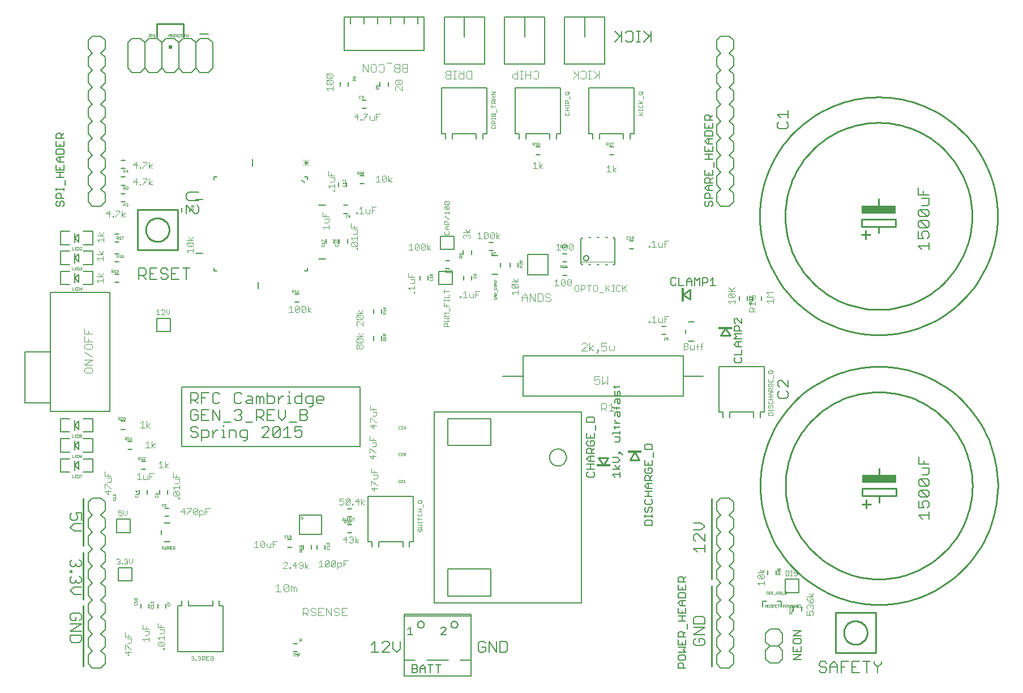
<source format=gto>
G75*
G70*
%OFA0B0*%
%FSLAX24Y24*%
%IPPOS*%
%LPD*%
%AMOC8*
5,1,8,0,0,1.08239X$1,22.5*
%
%ADD10C,0.0100*%
%ADD11C,0.0060*%
%ADD12C,0.0030*%
%ADD13C,0.0080*%
%ADD14C,0.0050*%
%ADD15C,0.0010*%
%ADD16C,0.0020*%
%ADD17C,0.0040*%
%ADD18C,0.0070*%
%ADD19R,0.2000X0.0500*%
%ADD20R,0.0200X0.0200*%
%ADD21R,0.0118X0.0827*%
%ADD22R,0.0827X0.0118*%
%ADD23C,0.0020*%
D10*
X041196Y001361D02*
X041196Y004904D01*
X041196Y005298D02*
X041196Y008054D01*
X041196Y008448D02*
X041196Y011204D01*
X071530Y013605D02*
X071825Y013192D01*
X072101Y013605D01*
X071530Y013605D01*
X073381Y013487D02*
X073656Y013979D01*
X073932Y013487D01*
X073381Y013487D01*
X078203Y011204D02*
X078203Y006479D01*
X078203Y006086D02*
X078203Y001361D01*
X085487Y002149D02*
X087849Y002149D01*
X087849Y004511D01*
X085487Y004511D01*
X085487Y002149D01*
X085979Y003330D02*
X085981Y003382D01*
X085987Y003434D01*
X085997Y003485D01*
X086010Y003535D01*
X086028Y003585D01*
X086049Y003632D01*
X086073Y003678D01*
X086102Y003722D01*
X086133Y003764D01*
X086167Y003803D01*
X086204Y003840D01*
X086244Y003873D01*
X086287Y003904D01*
X086331Y003931D01*
X086377Y003955D01*
X086426Y003975D01*
X086475Y003991D01*
X086526Y004004D01*
X086577Y004013D01*
X086629Y004018D01*
X086681Y004019D01*
X086733Y004016D01*
X086785Y004009D01*
X086836Y003998D01*
X086886Y003984D01*
X086935Y003965D01*
X086982Y003943D01*
X087027Y003918D01*
X087071Y003889D01*
X087112Y003857D01*
X087151Y003822D01*
X087186Y003784D01*
X087219Y003743D01*
X087249Y003701D01*
X087275Y003656D01*
X087298Y003609D01*
X087317Y003560D01*
X087333Y003510D01*
X087345Y003460D01*
X087353Y003408D01*
X087357Y003356D01*
X087357Y003304D01*
X087353Y003252D01*
X087345Y003200D01*
X087333Y003150D01*
X087317Y003100D01*
X087298Y003051D01*
X087275Y003004D01*
X087249Y002959D01*
X087219Y002917D01*
X087186Y002876D01*
X087151Y002838D01*
X087112Y002803D01*
X087071Y002771D01*
X087027Y002742D01*
X086982Y002717D01*
X086935Y002695D01*
X086886Y002676D01*
X086836Y002662D01*
X086785Y002651D01*
X086733Y002644D01*
X086681Y002641D01*
X086629Y002642D01*
X086577Y002647D01*
X086526Y002656D01*
X086475Y002669D01*
X086426Y002685D01*
X086377Y002705D01*
X086331Y002729D01*
X086287Y002756D01*
X086244Y002787D01*
X086204Y002820D01*
X086167Y002857D01*
X086133Y002896D01*
X086102Y002938D01*
X086073Y002982D01*
X086049Y003028D01*
X086028Y003075D01*
X086010Y003125D01*
X085997Y003175D01*
X085987Y003226D01*
X085981Y003278D01*
X085979Y003330D01*
X087296Y010641D02*
X087296Y011141D01*
X087046Y011371D02*
X087046Y011821D01*
X089046Y011821D01*
X089046Y011371D01*
X088046Y011371D01*
X087046Y011371D01*
X087046Y010891D02*
X087546Y010891D01*
X088046Y010991D02*
X088046Y011371D01*
X082546Y011991D02*
X082553Y012261D01*
X082572Y012530D01*
X082606Y012798D01*
X082652Y013064D01*
X082711Y013327D01*
X082783Y013588D01*
X082868Y013844D01*
X082965Y014096D01*
X083074Y014343D01*
X083195Y014584D01*
X083328Y014819D01*
X083473Y015047D01*
X083628Y015267D01*
X083794Y015480D01*
X083971Y015685D01*
X084157Y015880D01*
X084352Y016066D01*
X084557Y016243D01*
X084770Y016409D01*
X084990Y016564D01*
X085218Y016709D01*
X085453Y016842D01*
X085694Y016963D01*
X085941Y017072D01*
X086193Y017169D01*
X086449Y017254D01*
X086710Y017326D01*
X086973Y017385D01*
X087239Y017431D01*
X087507Y017465D01*
X087776Y017484D01*
X088046Y017491D01*
X088316Y017484D01*
X088585Y017465D01*
X088853Y017431D01*
X089119Y017385D01*
X089382Y017326D01*
X089643Y017254D01*
X089899Y017169D01*
X090151Y017072D01*
X090398Y016963D01*
X090639Y016842D01*
X090874Y016709D01*
X091102Y016564D01*
X091322Y016409D01*
X091535Y016243D01*
X091740Y016066D01*
X091935Y015880D01*
X092121Y015685D01*
X092298Y015480D01*
X092464Y015267D01*
X092619Y015047D01*
X092764Y014819D01*
X092897Y014584D01*
X093018Y014343D01*
X093127Y014096D01*
X093224Y013844D01*
X093309Y013588D01*
X093381Y013327D01*
X093440Y013064D01*
X093486Y012798D01*
X093520Y012530D01*
X093539Y012261D01*
X093546Y011991D01*
X093539Y011721D01*
X093520Y011452D01*
X093486Y011184D01*
X093440Y010918D01*
X093381Y010655D01*
X093309Y010394D01*
X093224Y010138D01*
X093127Y009886D01*
X093018Y009639D01*
X092897Y009398D01*
X092764Y009163D01*
X092619Y008935D01*
X092464Y008715D01*
X092298Y008502D01*
X092121Y008297D01*
X091935Y008102D01*
X091740Y007916D01*
X091535Y007739D01*
X091322Y007573D01*
X091102Y007418D01*
X090874Y007273D01*
X090639Y007140D01*
X090398Y007019D01*
X090151Y006910D01*
X089899Y006813D01*
X089643Y006728D01*
X089382Y006656D01*
X089119Y006597D01*
X088853Y006551D01*
X088585Y006517D01*
X088316Y006498D01*
X088046Y006491D01*
X087776Y006498D01*
X087507Y006517D01*
X087239Y006551D01*
X086973Y006597D01*
X086710Y006656D01*
X086449Y006728D01*
X086193Y006813D01*
X085941Y006910D01*
X085694Y007019D01*
X085453Y007140D01*
X085218Y007273D01*
X084990Y007418D01*
X084770Y007573D01*
X084557Y007739D01*
X084352Y007916D01*
X084157Y008102D01*
X083971Y008297D01*
X083794Y008502D01*
X083628Y008715D01*
X083473Y008935D01*
X083328Y009163D01*
X083195Y009398D01*
X083074Y009639D01*
X082965Y009886D01*
X082868Y010138D01*
X082783Y010394D01*
X082711Y010655D01*
X082652Y010918D01*
X082606Y011184D01*
X082572Y011452D01*
X082553Y011721D01*
X082546Y011991D01*
X081046Y011991D02*
X081054Y012334D01*
X081080Y012677D01*
X081122Y013018D01*
X081181Y013357D01*
X081256Y013692D01*
X081347Y014023D01*
X081455Y014349D01*
X081579Y014670D01*
X081718Y014984D01*
X081873Y015291D01*
X082042Y015590D01*
X082226Y015880D01*
X082424Y016161D01*
X082635Y016432D01*
X082859Y016692D01*
X083096Y016941D01*
X083345Y017178D01*
X083605Y017402D01*
X083876Y017613D01*
X084157Y017811D01*
X084447Y017995D01*
X084746Y018164D01*
X085053Y018319D01*
X085367Y018458D01*
X085688Y018582D01*
X086014Y018690D01*
X086345Y018781D01*
X086680Y018856D01*
X087019Y018915D01*
X087360Y018957D01*
X087703Y018983D01*
X088046Y018991D01*
X088389Y018983D01*
X088732Y018957D01*
X089073Y018915D01*
X089412Y018856D01*
X089747Y018781D01*
X090078Y018690D01*
X090404Y018582D01*
X090725Y018458D01*
X091039Y018319D01*
X091346Y018164D01*
X091645Y017995D01*
X091935Y017811D01*
X092216Y017613D01*
X092487Y017402D01*
X092747Y017178D01*
X092996Y016941D01*
X093233Y016692D01*
X093457Y016432D01*
X093668Y016161D01*
X093866Y015880D01*
X094050Y015590D01*
X094219Y015291D01*
X094374Y014984D01*
X094513Y014670D01*
X094637Y014349D01*
X094745Y014023D01*
X094836Y013692D01*
X094911Y013357D01*
X094970Y013018D01*
X095012Y012677D01*
X095038Y012334D01*
X095046Y011991D01*
X095038Y011648D01*
X095012Y011305D01*
X094970Y010964D01*
X094911Y010625D01*
X094836Y010290D01*
X094745Y009959D01*
X094637Y009633D01*
X094513Y009312D01*
X094374Y008998D01*
X094219Y008691D01*
X094050Y008392D01*
X093866Y008102D01*
X093668Y007821D01*
X093457Y007550D01*
X093233Y007290D01*
X092996Y007041D01*
X092747Y006804D01*
X092487Y006580D01*
X092216Y006369D01*
X091935Y006171D01*
X091645Y005987D01*
X091346Y005818D01*
X091039Y005663D01*
X090725Y005524D01*
X090404Y005400D01*
X090078Y005292D01*
X089747Y005201D01*
X089412Y005126D01*
X089073Y005067D01*
X088732Y005025D01*
X088389Y004999D01*
X088046Y004991D01*
X087703Y004999D01*
X087360Y005025D01*
X087019Y005067D01*
X086680Y005126D01*
X086345Y005201D01*
X086014Y005292D01*
X085688Y005400D01*
X085367Y005524D01*
X085053Y005663D01*
X084746Y005818D01*
X084447Y005987D01*
X084157Y006171D01*
X083876Y006369D01*
X083605Y006580D01*
X083345Y006804D01*
X083096Y007041D01*
X082859Y007290D01*
X082635Y007550D01*
X082424Y007821D01*
X082226Y008102D01*
X082042Y008392D01*
X081873Y008691D01*
X081718Y008998D01*
X081579Y009312D01*
X081455Y009633D01*
X081347Y009959D01*
X081256Y010290D01*
X081181Y010625D01*
X081122Y010964D01*
X081080Y011305D01*
X081054Y011648D01*
X081046Y011991D01*
X088046Y012541D02*
X088046Y012991D01*
X079286Y020830D02*
X078715Y020830D01*
X078991Y021243D01*
X079286Y020830D01*
X076924Y022956D02*
X076510Y023231D01*
X076924Y023526D01*
X076924Y022956D01*
X087026Y026737D02*
X087526Y026737D01*
X087276Y026987D02*
X087276Y026487D01*
X088026Y026837D02*
X088026Y027217D01*
X089026Y027217D01*
X089026Y027667D01*
X087026Y027667D01*
X087026Y027217D01*
X088026Y027217D01*
X082526Y027837D02*
X082533Y028107D01*
X082552Y028376D01*
X082586Y028644D01*
X082632Y028910D01*
X082691Y029173D01*
X082763Y029434D01*
X082848Y029690D01*
X082945Y029942D01*
X083054Y030189D01*
X083175Y030430D01*
X083308Y030665D01*
X083453Y030893D01*
X083608Y031113D01*
X083774Y031326D01*
X083951Y031531D01*
X084137Y031726D01*
X084332Y031912D01*
X084537Y032089D01*
X084750Y032255D01*
X084970Y032410D01*
X085198Y032555D01*
X085433Y032688D01*
X085674Y032809D01*
X085921Y032918D01*
X086173Y033015D01*
X086429Y033100D01*
X086690Y033172D01*
X086953Y033231D01*
X087219Y033277D01*
X087487Y033311D01*
X087756Y033330D01*
X088026Y033337D01*
X088296Y033330D01*
X088565Y033311D01*
X088833Y033277D01*
X089099Y033231D01*
X089362Y033172D01*
X089623Y033100D01*
X089879Y033015D01*
X090131Y032918D01*
X090378Y032809D01*
X090619Y032688D01*
X090854Y032555D01*
X091082Y032410D01*
X091302Y032255D01*
X091515Y032089D01*
X091720Y031912D01*
X091915Y031726D01*
X092101Y031531D01*
X092278Y031326D01*
X092444Y031113D01*
X092599Y030893D01*
X092744Y030665D01*
X092877Y030430D01*
X092998Y030189D01*
X093107Y029942D01*
X093204Y029690D01*
X093289Y029434D01*
X093361Y029173D01*
X093420Y028910D01*
X093466Y028644D01*
X093500Y028376D01*
X093519Y028107D01*
X093526Y027837D01*
X093519Y027567D01*
X093500Y027298D01*
X093466Y027030D01*
X093420Y026764D01*
X093361Y026501D01*
X093289Y026240D01*
X093204Y025984D01*
X093107Y025732D01*
X092998Y025485D01*
X092877Y025244D01*
X092744Y025009D01*
X092599Y024781D01*
X092444Y024561D01*
X092278Y024348D01*
X092101Y024143D01*
X091915Y023948D01*
X091720Y023762D01*
X091515Y023585D01*
X091302Y023419D01*
X091082Y023264D01*
X090854Y023119D01*
X090619Y022986D01*
X090378Y022865D01*
X090131Y022756D01*
X089879Y022659D01*
X089623Y022574D01*
X089362Y022502D01*
X089099Y022443D01*
X088833Y022397D01*
X088565Y022363D01*
X088296Y022344D01*
X088026Y022337D01*
X087756Y022344D01*
X087487Y022363D01*
X087219Y022397D01*
X086953Y022443D01*
X086690Y022502D01*
X086429Y022574D01*
X086173Y022659D01*
X085921Y022756D01*
X085674Y022865D01*
X085433Y022986D01*
X085198Y023119D01*
X084970Y023264D01*
X084750Y023419D01*
X084537Y023585D01*
X084332Y023762D01*
X084137Y023948D01*
X083951Y024143D01*
X083774Y024348D01*
X083608Y024561D01*
X083453Y024781D01*
X083308Y025009D01*
X083175Y025244D01*
X083054Y025485D01*
X082945Y025732D01*
X082848Y025984D01*
X082763Y026240D01*
X082691Y026501D01*
X082632Y026764D01*
X082586Y027030D01*
X082552Y027298D01*
X082533Y027567D01*
X082526Y027837D01*
X081026Y027837D02*
X081034Y028180D01*
X081060Y028523D01*
X081102Y028864D01*
X081161Y029203D01*
X081236Y029538D01*
X081327Y029869D01*
X081435Y030195D01*
X081559Y030516D01*
X081698Y030830D01*
X081853Y031137D01*
X082022Y031436D01*
X082206Y031726D01*
X082404Y032007D01*
X082615Y032278D01*
X082839Y032538D01*
X083076Y032787D01*
X083325Y033024D01*
X083585Y033248D01*
X083856Y033459D01*
X084137Y033657D01*
X084427Y033841D01*
X084726Y034010D01*
X085033Y034165D01*
X085347Y034304D01*
X085668Y034428D01*
X085994Y034536D01*
X086325Y034627D01*
X086660Y034702D01*
X086999Y034761D01*
X087340Y034803D01*
X087683Y034829D01*
X088026Y034837D01*
X088369Y034829D01*
X088712Y034803D01*
X089053Y034761D01*
X089392Y034702D01*
X089727Y034627D01*
X090058Y034536D01*
X090384Y034428D01*
X090705Y034304D01*
X091019Y034165D01*
X091326Y034010D01*
X091625Y033841D01*
X091915Y033657D01*
X092196Y033459D01*
X092467Y033248D01*
X092727Y033024D01*
X092976Y032787D01*
X093213Y032538D01*
X093437Y032278D01*
X093648Y032007D01*
X093846Y031726D01*
X094030Y031436D01*
X094199Y031137D01*
X094354Y030830D01*
X094493Y030516D01*
X094617Y030195D01*
X094725Y029869D01*
X094816Y029538D01*
X094891Y029203D01*
X094950Y028864D01*
X094992Y028523D01*
X095018Y028180D01*
X095026Y027837D01*
X095018Y027494D01*
X094992Y027151D01*
X094950Y026810D01*
X094891Y026471D01*
X094816Y026136D01*
X094725Y025805D01*
X094617Y025479D01*
X094493Y025158D01*
X094354Y024844D01*
X094199Y024537D01*
X094030Y024238D01*
X093846Y023948D01*
X093648Y023667D01*
X093437Y023396D01*
X093213Y023136D01*
X092976Y022887D01*
X092727Y022650D01*
X092467Y022426D01*
X092196Y022215D01*
X091915Y022017D01*
X091625Y021833D01*
X091326Y021664D01*
X091019Y021509D01*
X090705Y021370D01*
X090384Y021246D01*
X090058Y021138D01*
X089727Y021047D01*
X089392Y020972D01*
X089053Y020913D01*
X088712Y020871D01*
X088369Y020845D01*
X088026Y020837D01*
X087683Y020845D01*
X087340Y020871D01*
X086999Y020913D01*
X086660Y020972D01*
X086325Y021047D01*
X085994Y021138D01*
X085668Y021246D01*
X085347Y021370D01*
X085033Y021509D01*
X084726Y021664D01*
X084427Y021833D01*
X084137Y022017D01*
X083856Y022215D01*
X083585Y022426D01*
X083325Y022650D01*
X083076Y022887D01*
X082839Y023136D01*
X082615Y023396D01*
X082404Y023667D01*
X082206Y023948D01*
X082022Y024238D01*
X081853Y024537D01*
X081698Y024844D01*
X081559Y025158D01*
X081435Y025479D01*
X081327Y025805D01*
X081236Y026136D01*
X081161Y026471D01*
X081102Y026810D01*
X081060Y027151D01*
X081034Y027494D01*
X081026Y027837D01*
X088026Y028387D02*
X088026Y028837D01*
X046747Y028211D02*
X046747Y025849D01*
X044385Y025849D01*
X044385Y028211D01*
X046747Y028211D01*
X044877Y027030D02*
X044879Y027082D01*
X044885Y027134D01*
X044895Y027185D01*
X044908Y027235D01*
X044926Y027285D01*
X044947Y027332D01*
X044971Y027378D01*
X045000Y027422D01*
X045031Y027464D01*
X045065Y027503D01*
X045102Y027540D01*
X045142Y027573D01*
X045185Y027604D01*
X045229Y027631D01*
X045275Y027655D01*
X045324Y027675D01*
X045373Y027691D01*
X045424Y027704D01*
X045475Y027713D01*
X045527Y027718D01*
X045579Y027719D01*
X045631Y027716D01*
X045683Y027709D01*
X045734Y027698D01*
X045784Y027684D01*
X045833Y027665D01*
X045880Y027643D01*
X045925Y027618D01*
X045969Y027589D01*
X046010Y027557D01*
X046049Y027522D01*
X046084Y027484D01*
X046117Y027443D01*
X046147Y027401D01*
X046173Y027356D01*
X046196Y027309D01*
X046215Y027260D01*
X046231Y027210D01*
X046243Y027160D01*
X046251Y027108D01*
X046255Y027056D01*
X046255Y027004D01*
X046251Y026952D01*
X046243Y026900D01*
X046231Y026850D01*
X046215Y026800D01*
X046196Y026751D01*
X046173Y026704D01*
X046147Y026659D01*
X046117Y026617D01*
X046084Y026576D01*
X046049Y026538D01*
X046010Y026503D01*
X045969Y026471D01*
X045925Y026442D01*
X045880Y026417D01*
X045833Y026395D01*
X045784Y026376D01*
X045734Y026362D01*
X045683Y026351D01*
X045631Y026344D01*
X045579Y026341D01*
X045527Y026342D01*
X045475Y026347D01*
X045424Y026356D01*
X045373Y026369D01*
X045324Y026385D01*
X045275Y026405D01*
X045229Y026429D01*
X045185Y026456D01*
X045142Y026487D01*
X045102Y026520D01*
X045065Y026557D01*
X045031Y026596D01*
X045000Y026638D01*
X044971Y026682D01*
X044947Y026728D01*
X044926Y026775D01*
X044908Y026825D01*
X044895Y026875D01*
X044885Y026926D01*
X044879Y026978D01*
X044877Y027030D01*
X045526Y038369D02*
X045526Y039156D01*
X047101Y039156D01*
X047101Y038369D01*
D11*
X047064Y038286D02*
X047564Y038286D01*
X047814Y038036D01*
X047814Y036536D01*
X047564Y036286D01*
X047064Y036286D01*
X046814Y036536D01*
X046814Y038036D01*
X046564Y038286D01*
X046064Y038286D01*
X045814Y038036D01*
X045814Y036536D01*
X045564Y036286D01*
X045064Y036286D01*
X044814Y036536D01*
X044564Y036286D01*
X044064Y036286D01*
X043814Y036536D01*
X043814Y038036D01*
X044064Y038286D01*
X044564Y038286D01*
X044814Y038036D01*
X044814Y036536D01*
X045814Y036536D02*
X046064Y036286D01*
X046564Y036286D01*
X046814Y036536D01*
X047814Y036536D02*
X048064Y036286D01*
X048564Y036286D01*
X048814Y036536D01*
X048814Y038036D01*
X048564Y038286D01*
X048064Y038286D01*
X047814Y038036D01*
X047064Y038286D02*
X046814Y038036D01*
X045814Y038036D02*
X045564Y038286D01*
X045064Y038286D01*
X044814Y038036D01*
X056314Y035731D02*
X056314Y035495D01*
X056786Y035495D02*
X056786Y035731D01*
X057613Y034668D02*
X057849Y034668D01*
X057849Y034196D02*
X057613Y034196D01*
X058676Y035495D02*
X058676Y035731D01*
X059148Y035731D02*
X059148Y035495D01*
X067849Y031912D02*
X068085Y031912D01*
X068085Y031440D02*
X067849Y031440D01*
X072180Y031440D02*
X072416Y031440D01*
X072416Y031912D02*
X072180Y031912D01*
X072060Y026571D02*
X071960Y026571D01*
X071560Y026571D02*
X071460Y026571D01*
X071060Y026571D02*
X070960Y026571D01*
X070610Y026571D02*
X070593Y026569D01*
X070576Y026565D01*
X070560Y026558D01*
X070546Y026548D01*
X070533Y026535D01*
X070523Y026521D01*
X070516Y026505D01*
X070512Y026488D01*
X070510Y026471D01*
X070510Y025071D01*
X070512Y025054D01*
X070516Y025037D01*
X070523Y025021D01*
X070533Y025007D01*
X070546Y024994D01*
X070560Y024984D01*
X070576Y024977D01*
X070593Y024973D01*
X070610Y024971D01*
X070960Y024971D02*
X071060Y024971D01*
X071460Y024971D02*
X071560Y024971D01*
X071960Y024971D02*
X072060Y024971D01*
X072410Y024971D02*
X072427Y024973D01*
X072444Y024977D01*
X072460Y024984D01*
X072474Y024994D01*
X072487Y025007D01*
X072497Y025021D01*
X072504Y025037D01*
X072508Y025054D01*
X072510Y025071D01*
X072510Y026471D01*
X072508Y026488D01*
X072504Y026505D01*
X072497Y026521D01*
X072487Y026535D01*
X072474Y026548D01*
X072460Y026558D01*
X072444Y026565D01*
X072427Y026569D01*
X072410Y026571D01*
X073361Y026400D02*
X073597Y026400D01*
X073597Y025928D02*
X073361Y025928D01*
X070660Y025371D02*
X070662Y025395D01*
X070668Y025419D01*
X070677Y025441D01*
X070690Y025461D01*
X070706Y025479D01*
X070725Y025494D01*
X070746Y025507D01*
X070768Y025515D01*
X070792Y025520D01*
X070816Y025521D01*
X070840Y025518D01*
X070863Y025511D01*
X070885Y025501D01*
X070905Y025487D01*
X070922Y025470D01*
X070937Y025451D01*
X070948Y025430D01*
X070956Y025407D01*
X070960Y025383D01*
X070960Y025359D01*
X070956Y025335D01*
X070948Y025312D01*
X070937Y025291D01*
X070922Y025272D01*
X070905Y025255D01*
X070885Y025241D01*
X070863Y025231D01*
X070840Y025224D01*
X070816Y025221D01*
X070792Y025222D01*
X070768Y025227D01*
X070746Y025235D01*
X070725Y025248D01*
X070706Y025263D01*
X070690Y025281D01*
X070677Y025301D01*
X070668Y025323D01*
X070662Y025347D01*
X070660Y025371D01*
X069660Y025141D02*
X069424Y025141D01*
X069424Y024826D02*
X069660Y024826D01*
X069660Y024353D02*
X069424Y024353D01*
X066786Y024845D02*
X066786Y025082D01*
X066314Y025082D02*
X066314Y024845D01*
X064070Y024314D02*
X064070Y024078D01*
X063597Y024078D02*
X063597Y024314D01*
X062770Y024747D02*
X062534Y024747D01*
X062534Y025219D02*
X062770Y025219D01*
X063577Y025574D02*
X063577Y025810D01*
X064050Y025810D02*
X064050Y025574D01*
X065093Y025810D02*
X065329Y025810D01*
X065329Y026282D02*
X065093Y026282D01*
X069424Y025613D02*
X069660Y025613D01*
X061510Y024314D02*
X061510Y024078D01*
X061038Y024078D02*
X061038Y024314D01*
X058755Y022345D02*
X058755Y022109D01*
X058282Y022109D02*
X058282Y022345D01*
X058282Y020771D02*
X058282Y020534D01*
X058755Y020534D02*
X058755Y020771D01*
X053912Y022778D02*
X053676Y022778D01*
X053676Y023251D02*
X053912Y023251D01*
X051480Y023575D02*
X051480Y023965D01*
X054230Y024625D02*
X054400Y024625D01*
X054400Y024795D01*
X055060Y025325D02*
X055460Y025325D01*
X055487Y026243D02*
X055487Y026479D01*
X055959Y026479D02*
X055959Y026243D01*
X056274Y026243D02*
X056274Y026479D01*
X056747Y026479D02*
X056747Y026243D01*
X056762Y027999D02*
X056526Y027999D01*
X056526Y028471D02*
X056762Y028471D01*
X055460Y028485D02*
X055060Y028485D01*
X056219Y029570D02*
X056219Y029806D01*
X056692Y029806D02*
X056692Y029570D01*
X057491Y029743D02*
X057727Y029743D01*
X057727Y030215D02*
X057491Y030215D01*
X054400Y030145D02*
X054230Y030145D01*
X054400Y030145D02*
X054400Y029975D01*
X054220Y029815D02*
X054070Y029965D01*
X051170Y030795D02*
X051170Y031195D01*
X049050Y030145D02*
X048880Y030145D01*
X048880Y029975D01*
X048220Y028805D02*
X047820Y028805D01*
X047455Y028330D02*
X047455Y028093D01*
X046983Y028093D02*
X046983Y028330D01*
X043676Y028684D02*
X043440Y028684D01*
X043440Y029156D02*
X043676Y029156D01*
X043676Y029668D02*
X043440Y029668D01*
X043440Y030141D02*
X043676Y030141D01*
X043676Y030652D02*
X043440Y030652D01*
X043440Y031125D02*
X043676Y031125D01*
X043282Y026794D02*
X043046Y026794D01*
X043046Y026322D02*
X043282Y026322D01*
X043282Y025613D02*
X043046Y025613D01*
X043046Y025141D02*
X043282Y025141D01*
X044469Y024773D02*
X044789Y024773D01*
X044896Y024666D01*
X044896Y024452D01*
X044789Y024346D01*
X044469Y024346D01*
X044682Y024346D02*
X044896Y024132D01*
X045113Y024132D02*
X045540Y024132D01*
X045758Y024239D02*
X045865Y024132D01*
X046078Y024132D01*
X046185Y024239D01*
X046185Y024346D01*
X046078Y024452D01*
X045865Y024452D01*
X045758Y024559D01*
X045758Y024666D01*
X045865Y024773D01*
X046078Y024773D01*
X046185Y024666D01*
X046402Y024773D02*
X046402Y024132D01*
X046830Y024132D01*
X046616Y024452D02*
X046402Y024452D01*
X046402Y024773D02*
X046830Y024773D01*
X047047Y024773D02*
X047474Y024773D01*
X047261Y024773D02*
X047261Y024132D01*
X048880Y024625D02*
X049050Y024625D01*
X048880Y024625D02*
X048880Y024795D01*
X048230Y025655D02*
X047830Y025655D01*
X045540Y024773D02*
X045113Y024773D01*
X045113Y024132D01*
X045113Y024452D02*
X045327Y024452D01*
X044469Y024132D02*
X044469Y024773D01*
X043282Y024432D02*
X043046Y024432D01*
X043046Y023960D02*
X043282Y023960D01*
X047525Y017457D02*
X047845Y017457D01*
X047952Y017350D01*
X047952Y017137D01*
X047845Y017030D01*
X047525Y017030D01*
X047738Y017030D02*
X047952Y016816D01*
X048169Y016816D02*
X048169Y017457D01*
X048596Y017457D01*
X048814Y017350D02*
X048814Y016923D01*
X048921Y016816D01*
X049134Y016816D01*
X049241Y016923D01*
X049241Y017350D02*
X049134Y017457D01*
X048921Y017457D01*
X048814Y017350D01*
X048383Y017137D02*
X048169Y017137D01*
X047525Y016816D02*
X047525Y017457D01*
X047632Y016457D02*
X047525Y016350D01*
X047525Y015923D01*
X047632Y015816D01*
X047845Y015816D01*
X047952Y015923D01*
X047952Y016137D01*
X047738Y016137D01*
X047952Y016350D02*
X047845Y016457D01*
X047632Y016457D01*
X048169Y016457D02*
X048169Y015816D01*
X048596Y015816D01*
X048814Y015816D02*
X048814Y016457D01*
X049241Y015816D01*
X049241Y016457D01*
X048596Y016457D02*
X048169Y016457D01*
X048169Y016137D02*
X048383Y016137D01*
X049458Y015710D02*
X049885Y015710D01*
X050103Y015923D02*
X050210Y015816D01*
X050423Y015816D01*
X050530Y015923D01*
X050530Y016030D01*
X050423Y016137D01*
X050316Y016137D01*
X050423Y016137D02*
X050530Y016243D01*
X050530Y016350D01*
X050423Y016457D01*
X050210Y016457D01*
X050103Y016350D01*
X050210Y016816D02*
X050423Y016816D01*
X050530Y016923D01*
X050747Y016923D02*
X050854Y017030D01*
X051175Y017030D01*
X051175Y017137D02*
X051175Y016816D01*
X050854Y016816D01*
X050747Y016923D01*
X050854Y017243D02*
X051068Y017243D01*
X051175Y017137D01*
X051392Y017243D02*
X051499Y017243D01*
X051606Y017137D01*
X051712Y017243D01*
X051819Y017137D01*
X051819Y016816D01*
X051606Y016816D02*
X051606Y017137D01*
X051392Y017243D02*
X051392Y016816D01*
X051392Y016457D02*
X051712Y016457D01*
X051819Y016350D01*
X051819Y016137D01*
X051712Y016030D01*
X051392Y016030D01*
X051606Y016030D02*
X051819Y015816D01*
X052037Y015816D02*
X052464Y015816D01*
X052681Y016030D02*
X052895Y015816D01*
X053108Y016030D01*
X053108Y016457D01*
X053218Y016816D02*
X053432Y016816D01*
X053325Y016816D02*
X053325Y017243D01*
X053218Y017243D01*
X053001Y017243D02*
X052895Y017243D01*
X052681Y017030D01*
X052681Y017243D02*
X052681Y016816D01*
X052464Y016923D02*
X052464Y017137D01*
X052357Y017243D01*
X052037Y017243D01*
X052037Y017457D02*
X052037Y016816D01*
X052357Y016816D01*
X052464Y016923D01*
X053325Y017457D02*
X053325Y017564D01*
X053648Y017137D02*
X053755Y017243D01*
X054075Y017243D01*
X054075Y017457D02*
X054075Y016816D01*
X053755Y016816D01*
X053648Y016923D01*
X053648Y017137D01*
X054293Y017137D02*
X054293Y016923D01*
X054399Y016816D01*
X054720Y016816D01*
X054720Y016710D02*
X054720Y017243D01*
X054399Y017243D01*
X054293Y017137D01*
X054506Y016603D02*
X054613Y016603D01*
X054720Y016710D01*
X054937Y016923D02*
X055044Y016816D01*
X055257Y016816D01*
X055364Y017030D02*
X054937Y017030D01*
X054937Y017137D02*
X055044Y017243D01*
X055257Y017243D01*
X055364Y017137D01*
X055364Y017030D01*
X054937Y016923D02*
X054937Y017137D01*
X054291Y016457D02*
X053970Y016457D01*
X053970Y015816D01*
X054291Y015816D01*
X054397Y015923D01*
X054397Y016030D01*
X054291Y016137D01*
X053970Y016137D01*
X054291Y016137D02*
X054397Y016243D01*
X054397Y016350D01*
X054291Y016457D01*
X053753Y015710D02*
X053326Y015710D01*
X053217Y015457D02*
X053217Y014816D01*
X053430Y014816D02*
X053003Y014816D01*
X052786Y014923D02*
X052679Y014816D01*
X052466Y014816D01*
X052359Y014923D01*
X052786Y015350D01*
X052786Y014923D01*
X053003Y015243D02*
X053217Y015457D01*
X053648Y015457D02*
X053648Y015137D01*
X053861Y015243D01*
X053968Y015243D01*
X054075Y015137D01*
X054075Y014923D01*
X053968Y014816D01*
X053755Y014816D01*
X053648Y014923D01*
X053648Y015457D02*
X054075Y015457D01*
X052786Y015350D02*
X052679Y015457D01*
X052466Y015457D01*
X052359Y015350D01*
X052359Y014923D01*
X052141Y014816D02*
X051714Y014816D01*
X052141Y015243D01*
X052141Y015350D01*
X052035Y015457D01*
X051821Y015457D01*
X051714Y015350D01*
X051392Y015816D02*
X051392Y016457D01*
X052037Y016457D02*
X052037Y015816D01*
X052037Y016137D02*
X052250Y016137D01*
X052464Y016457D02*
X052037Y016457D01*
X052681Y016457D02*
X052681Y016030D01*
X051175Y015710D02*
X050747Y015710D01*
X050852Y015243D02*
X050532Y015243D01*
X050425Y015137D01*
X050425Y014923D01*
X050532Y014816D01*
X050852Y014816D01*
X050852Y014710D02*
X050852Y015243D01*
X050852Y014710D02*
X050745Y014603D01*
X050639Y014603D01*
X050208Y014816D02*
X050208Y015137D01*
X050101Y015243D01*
X049781Y015243D01*
X049781Y014816D01*
X049564Y014816D02*
X049351Y014816D01*
X049458Y014816D02*
X049458Y015243D01*
X049351Y015243D01*
X049134Y015243D02*
X049027Y015243D01*
X048814Y015030D01*
X048814Y015243D02*
X048814Y014816D01*
X048596Y014923D02*
X048490Y014816D01*
X048169Y014816D01*
X048169Y014603D02*
X048169Y015243D01*
X048490Y015243D01*
X048596Y015137D01*
X048596Y014923D01*
X047952Y014923D02*
X047845Y014816D01*
X047632Y014816D01*
X047525Y014923D01*
X047632Y015137D02*
X047525Y015243D01*
X047525Y015350D01*
X047632Y015457D01*
X047845Y015457D01*
X047952Y015350D01*
X047845Y015137D02*
X047952Y015030D01*
X047952Y014923D01*
X047845Y015137D02*
X047632Y015137D01*
X049458Y015457D02*
X049458Y015564D01*
X050210Y016816D02*
X050103Y016923D01*
X050103Y017350D01*
X050210Y017457D01*
X050423Y017457D01*
X050530Y017350D01*
X044070Y014589D02*
X043833Y014589D01*
X043833Y014117D02*
X044070Y014117D01*
X044621Y013408D02*
X044857Y013408D01*
X044857Y012936D02*
X044621Y012936D01*
X044503Y011715D02*
X044503Y011479D01*
X044975Y011479D02*
X044975Y011715D01*
X045684Y011715D02*
X045684Y011479D01*
X046156Y011479D02*
X046156Y011715D01*
X046235Y010652D02*
X045999Y010652D01*
X045999Y010180D02*
X046235Y010180D01*
X041079Y009959D02*
X041079Y010386D01*
X040758Y010386D01*
X040865Y010173D01*
X040865Y010066D01*
X040758Y009959D01*
X040545Y009959D01*
X040438Y010066D01*
X040438Y010279D01*
X040545Y010386D01*
X040652Y009742D02*
X040438Y009528D01*
X040652Y009315D01*
X041079Y009315D01*
X041079Y009742D02*
X040652Y009742D01*
X040545Y007630D02*
X040438Y007524D01*
X040438Y007310D01*
X040545Y007203D01*
X040652Y007203D01*
X040758Y007310D01*
X040758Y007417D01*
X040758Y007310D02*
X040865Y007203D01*
X040972Y007203D01*
X041079Y007310D01*
X041079Y007524D01*
X040972Y007630D01*
X040545Y006986D02*
X040545Y006879D01*
X040438Y006879D01*
X040438Y006986D01*
X040545Y006986D01*
X040545Y006663D02*
X040438Y006557D01*
X040438Y006343D01*
X040545Y006236D01*
X040652Y006236D01*
X040758Y006343D01*
X040758Y006450D01*
X040758Y006343D02*
X040865Y006236D01*
X040972Y006236D01*
X041079Y006343D01*
X041079Y006557D01*
X040972Y006663D01*
X041079Y006019D02*
X040652Y006019D01*
X040438Y005805D01*
X040652Y005592D01*
X041079Y005592D01*
X040972Y004481D02*
X040545Y004481D01*
X040438Y004374D01*
X040438Y004160D01*
X040545Y004054D01*
X040758Y004054D01*
X040758Y004267D01*
X040972Y004054D02*
X041079Y004160D01*
X041079Y004374D01*
X040972Y004481D01*
X041079Y003836D02*
X040438Y003836D01*
X040438Y003409D02*
X041079Y003409D01*
X041079Y003192D02*
X040438Y003192D01*
X040438Y002871D01*
X040545Y002765D01*
X040972Y002765D01*
X041079Y002871D01*
X041079Y003192D01*
X041079Y003836D02*
X040438Y003409D01*
X044601Y004786D02*
X044601Y005023D01*
X045073Y005023D02*
X045073Y004786D01*
X045585Y004786D02*
X045585Y005023D01*
X046058Y005023D02*
X046058Y004786D01*
X053566Y002684D02*
X053802Y002684D01*
X053802Y002211D02*
X053566Y002211D01*
X058155Y002179D02*
X058582Y002179D01*
X058368Y002179D02*
X058368Y002819D01*
X058155Y002606D01*
X058799Y002712D02*
X058906Y002819D01*
X059119Y002819D01*
X059226Y002712D01*
X059226Y002606D01*
X058799Y002179D01*
X059226Y002179D01*
X059444Y002392D02*
X059657Y002179D01*
X059871Y002392D01*
X059871Y002819D01*
X059444Y002819D02*
X059444Y002392D01*
X060098Y001726D02*
X060098Y004326D01*
X060098Y004406D01*
X064027Y004406D01*
X064027Y004326D01*
X064027Y001726D01*
X064027Y000786D01*
X060098Y000786D01*
X060098Y001726D01*
X060727Y001726D01*
X061427Y001726D02*
X062698Y001726D01*
X063398Y001726D02*
X064027Y001726D01*
X064561Y002179D02*
X064774Y002179D01*
X064881Y002285D01*
X064881Y002499D01*
X064667Y002499D01*
X064454Y002712D02*
X064454Y002285D01*
X064561Y002179D01*
X065098Y002179D02*
X065098Y002819D01*
X065525Y002179D01*
X065525Y002819D01*
X065743Y002819D02*
X066063Y002819D01*
X066170Y002712D01*
X066170Y002285D01*
X066063Y002179D01*
X065743Y002179D01*
X065743Y002819D01*
X064881Y002712D02*
X064774Y002819D01*
X064561Y002819D01*
X064454Y002712D01*
X062847Y003806D02*
X062849Y003834D01*
X062855Y003861D01*
X062864Y003887D01*
X062877Y003912D01*
X062894Y003935D01*
X062913Y003955D01*
X062935Y003972D01*
X062959Y003986D01*
X062985Y003996D01*
X063012Y004003D01*
X063040Y004006D01*
X063068Y004005D01*
X063095Y004000D01*
X063122Y003991D01*
X063147Y003979D01*
X063170Y003964D01*
X063191Y003945D01*
X063209Y003924D01*
X063224Y003900D01*
X063235Y003874D01*
X063243Y003848D01*
X063247Y003820D01*
X063247Y003792D01*
X063243Y003764D01*
X063235Y003738D01*
X063224Y003712D01*
X063209Y003688D01*
X063191Y003667D01*
X063170Y003648D01*
X063147Y003633D01*
X063122Y003621D01*
X063095Y003612D01*
X063068Y003607D01*
X063040Y003606D01*
X063012Y003609D01*
X062985Y003616D01*
X062959Y003626D01*
X062935Y003640D01*
X062913Y003657D01*
X062894Y003677D01*
X062877Y003700D01*
X062864Y003725D01*
X062855Y003751D01*
X062849Y003778D01*
X062847Y003806D01*
X064027Y004326D02*
X060098Y004326D01*
X060877Y003806D02*
X060879Y003834D01*
X060885Y003861D01*
X060894Y003887D01*
X060907Y003912D01*
X060924Y003935D01*
X060943Y003955D01*
X060965Y003972D01*
X060989Y003986D01*
X061015Y003996D01*
X061042Y004003D01*
X061070Y004006D01*
X061098Y004005D01*
X061125Y004000D01*
X061152Y003991D01*
X061177Y003979D01*
X061200Y003964D01*
X061221Y003945D01*
X061239Y003924D01*
X061254Y003900D01*
X061265Y003874D01*
X061273Y003848D01*
X061277Y003820D01*
X061277Y003792D01*
X061273Y003764D01*
X061265Y003738D01*
X061254Y003712D01*
X061239Y003688D01*
X061221Y003667D01*
X061200Y003648D01*
X061177Y003633D01*
X061152Y003621D01*
X061125Y003612D01*
X061098Y003607D01*
X061070Y003606D01*
X061042Y003609D01*
X061015Y003616D01*
X060989Y003626D01*
X060965Y003640D01*
X060943Y003657D01*
X060924Y003677D01*
X060907Y003700D01*
X060894Y003725D01*
X060885Y003751D01*
X060879Y003778D01*
X060877Y003806D01*
X055428Y008251D02*
X055428Y008487D01*
X054955Y008487D02*
X054955Y008251D01*
X054640Y008251D02*
X054640Y008487D01*
X054168Y008487D02*
X054168Y008251D01*
X053459Y008349D02*
X053223Y008349D01*
X053223Y008822D02*
X053459Y008822D01*
X056747Y009215D02*
X056983Y009215D01*
X056983Y009688D02*
X056747Y009688D01*
X056747Y010160D02*
X056983Y010160D01*
X056983Y010633D02*
X056747Y010633D01*
X043676Y015298D02*
X043440Y015298D01*
X043440Y015771D02*
X043676Y015771D01*
X075251Y020889D02*
X075487Y020889D01*
X075487Y021361D02*
X075251Y021361D01*
X079818Y022877D02*
X079818Y023113D01*
X080290Y023113D02*
X080290Y022877D01*
X080644Y022897D02*
X080644Y023133D01*
X081117Y023133D02*
X081117Y022897D01*
X077566Y009800D02*
X077139Y009800D01*
X077139Y009373D02*
X077566Y009373D01*
X077780Y009587D01*
X077566Y009800D01*
X077353Y009156D02*
X077246Y009156D01*
X077139Y009049D01*
X077139Y008835D01*
X077246Y008729D01*
X077353Y009156D02*
X077780Y008729D01*
X077780Y009156D01*
X077780Y008511D02*
X077780Y008084D01*
X077780Y008298D02*
X077139Y008298D01*
X077353Y008084D01*
X081510Y006991D02*
X081510Y006755D01*
X081983Y006755D02*
X081983Y006991D01*
X083007Y004865D02*
X083007Y004629D01*
X083479Y004629D02*
X083479Y004865D01*
X082119Y003550D02*
X081619Y003550D01*
X081369Y003300D01*
X081369Y002800D01*
X081619Y002550D01*
X081369Y002300D01*
X081369Y001800D01*
X081619Y001550D01*
X082119Y001550D01*
X082369Y001800D01*
X082369Y002300D01*
X082119Y002550D01*
X081619Y002550D01*
X082119Y002550D02*
X082369Y002800D01*
X082369Y003300D01*
X082119Y003550D01*
X084533Y001531D02*
X084639Y001638D01*
X084853Y001638D01*
X084960Y001531D01*
X084853Y001318D02*
X084960Y001211D01*
X084960Y001104D01*
X084853Y000997D01*
X084639Y000997D01*
X084533Y001104D01*
X084639Y001318D02*
X084853Y001318D01*
X084639Y001318D02*
X084533Y001424D01*
X084533Y001531D01*
X085177Y001424D02*
X085177Y000997D01*
X085177Y001318D02*
X085604Y001318D01*
X085604Y001424D02*
X085604Y000997D01*
X085822Y000997D02*
X085822Y001638D01*
X086249Y001638D01*
X086466Y001638D02*
X086466Y000997D01*
X086893Y000997D01*
X086680Y001318D02*
X086466Y001318D01*
X086466Y001638D02*
X086893Y001638D01*
X087111Y001638D02*
X087538Y001638D01*
X087324Y001638D02*
X087324Y000997D01*
X087969Y000997D02*
X087969Y001318D01*
X088182Y001531D01*
X088182Y001638D01*
X087969Y001318D02*
X087755Y001531D01*
X087755Y001638D01*
X086035Y001318D02*
X085822Y001318D01*
X085604Y001424D02*
X085391Y001638D01*
X085177Y001424D01*
X077780Y002679D02*
X077780Y002892D01*
X077673Y002999D01*
X077459Y002999D01*
X077459Y002786D01*
X077246Y002999D02*
X077139Y002892D01*
X077139Y002679D01*
X077246Y002572D01*
X077673Y002572D01*
X077780Y002679D01*
X077780Y003217D02*
X077139Y003217D01*
X077780Y003644D01*
X077139Y003644D01*
X077139Y003861D02*
X077139Y004182D01*
X077246Y004288D01*
X077673Y004288D01*
X077780Y004182D01*
X077780Y003861D01*
X077139Y003861D01*
X074630Y038092D02*
X074630Y038733D01*
X074630Y038519D02*
X074203Y038092D01*
X073986Y038092D02*
X073772Y038092D01*
X073879Y038092D02*
X073879Y038733D01*
X073986Y038733D02*
X073772Y038733D01*
X073556Y038626D02*
X073449Y038733D01*
X073236Y038733D01*
X073129Y038626D01*
X072911Y038733D02*
X072911Y038092D01*
X073129Y038199D02*
X073236Y038092D01*
X073449Y038092D01*
X073556Y038199D01*
X073556Y038626D01*
X072911Y038519D02*
X072484Y038092D01*
X072805Y038412D02*
X072484Y038733D01*
X074203Y038733D02*
X074523Y038412D01*
D12*
X074133Y035144D02*
X074051Y035063D01*
X074092Y035144D02*
X074133Y035104D01*
X074133Y035022D01*
X074092Y034981D01*
X073928Y034981D01*
X073887Y035022D01*
X073887Y035104D01*
X073928Y035144D01*
X074092Y035144D01*
X074174Y034891D02*
X074174Y034727D01*
X074133Y034637D02*
X074010Y034514D01*
X074051Y034473D02*
X073887Y034637D01*
X073887Y034473D02*
X074133Y034473D01*
X074092Y034383D02*
X074133Y034342D01*
X074133Y034260D01*
X074092Y034219D01*
X073928Y034219D01*
X073887Y034260D01*
X073887Y034342D01*
X073928Y034383D01*
X073887Y034132D02*
X073887Y034050D01*
X073887Y034091D02*
X074133Y034091D01*
X074133Y034050D02*
X074133Y034132D01*
X074133Y033960D02*
X074010Y033837D01*
X074051Y033796D02*
X073887Y033960D01*
X073887Y033796D02*
X074133Y033796D01*
X069803Y033837D02*
X069803Y033919D01*
X069762Y033960D01*
X069803Y034050D02*
X069557Y034050D01*
X069598Y033960D02*
X069557Y033919D01*
X069557Y033837D01*
X069598Y033796D01*
X069762Y033796D01*
X069803Y033837D01*
X069680Y034050D02*
X069680Y034214D01*
X069557Y034214D02*
X069803Y034214D01*
X069803Y034304D02*
X069803Y034386D01*
X069803Y034345D02*
X069557Y034345D01*
X069557Y034304D02*
X069557Y034386D01*
X069557Y034473D02*
X069557Y034596D01*
X069598Y034637D01*
X069680Y034637D01*
X069721Y034596D01*
X069721Y034473D01*
X069803Y034473D02*
X069557Y034473D01*
X069844Y034727D02*
X069844Y034891D01*
X069762Y034981D02*
X069803Y035022D01*
X069803Y035104D01*
X069762Y035144D01*
X069598Y035144D01*
X069557Y035104D01*
X069557Y035022D01*
X069598Y034981D01*
X069762Y034981D01*
X069721Y035063D02*
X069803Y035144D01*
X065472Y035144D02*
X065226Y034981D01*
X065472Y034981D01*
X065472Y034891D02*
X065308Y034891D01*
X065226Y034809D01*
X065308Y034727D01*
X065472Y034727D01*
X065472Y034637D02*
X065390Y034555D01*
X065390Y034596D02*
X065390Y034473D01*
X065472Y034473D02*
X065226Y034473D01*
X065226Y034596D01*
X065267Y034637D01*
X065349Y034637D01*
X065390Y034596D01*
X065349Y034727D02*
X065349Y034891D01*
X065472Y035144D02*
X065226Y035144D01*
X065226Y034383D02*
X065226Y034219D01*
X065226Y034301D02*
X065472Y034301D01*
X065513Y034129D02*
X065513Y033966D01*
X065431Y033876D02*
X065472Y033835D01*
X065472Y033712D01*
X065226Y033712D01*
X065226Y033835D01*
X065267Y033876D01*
X065308Y033876D01*
X065349Y033835D01*
X065349Y033712D01*
X065349Y033835D02*
X065390Y033876D01*
X065431Y033876D01*
X065472Y033625D02*
X065472Y033543D01*
X065472Y033584D02*
X065226Y033584D01*
X065226Y033543D02*
X065226Y033625D01*
X065267Y033453D02*
X065349Y033453D01*
X065390Y033412D01*
X065390Y033289D01*
X065390Y033371D02*
X065472Y033453D01*
X065472Y033289D02*
X065226Y033289D01*
X065226Y033412D01*
X065267Y033453D01*
X065267Y033199D02*
X065226Y033158D01*
X065226Y033035D01*
X065472Y033035D01*
X065472Y033158D01*
X065431Y033199D01*
X065267Y033199D01*
X067682Y030888D02*
X067806Y031011D01*
X067806Y030641D01*
X067929Y030641D02*
X067682Y030641D01*
X068051Y030641D02*
X068051Y031011D01*
X068236Y030888D02*
X068051Y030765D01*
X068236Y030641D01*
X072013Y030688D02*
X072136Y030811D01*
X072136Y030441D01*
X072013Y030441D02*
X072260Y030441D01*
X072381Y030441D02*
X072381Y030811D01*
X072566Y030688D02*
X072381Y030565D01*
X072566Y030441D01*
X065705Y026758D02*
X065519Y026635D01*
X065705Y026511D01*
X065519Y026511D02*
X065519Y026881D01*
X065398Y026820D02*
X065151Y026573D01*
X065213Y026511D01*
X065336Y026511D01*
X065398Y026573D01*
X065398Y026820D01*
X065336Y026881D01*
X065213Y026881D01*
X065151Y026820D01*
X065151Y026573D01*
X065030Y026573D02*
X064968Y026511D01*
X064844Y026511D01*
X064783Y026573D01*
X065030Y026820D01*
X065030Y026573D01*
X065030Y026820D02*
X064968Y026881D01*
X064844Y026881D01*
X064783Y026820D01*
X064783Y026573D01*
X064661Y026511D02*
X064414Y026511D01*
X064538Y026511D02*
X064538Y026881D01*
X064414Y026758D01*
X063949Y026692D02*
X063949Y026569D01*
X063887Y026507D01*
X063763Y026630D02*
X063763Y026692D01*
X063825Y026754D01*
X063887Y026754D01*
X063949Y026692D01*
X063949Y026875D02*
X063578Y026875D01*
X063640Y026754D02*
X063702Y026754D01*
X063763Y026692D01*
X063640Y026754D02*
X063578Y026692D01*
X063578Y026569D01*
X063640Y026507D01*
X063825Y026875D02*
X063702Y027060D01*
X063825Y026875D02*
X063949Y027060D01*
X062745Y027058D02*
X062552Y027058D01*
X062455Y027154D01*
X062552Y027251D01*
X062745Y027251D01*
X062745Y027352D02*
X062455Y027352D01*
X062455Y027497D01*
X062503Y027546D01*
X062600Y027546D01*
X062648Y027497D01*
X062648Y027352D01*
X062600Y027251D02*
X062600Y027058D01*
X062697Y026956D02*
X062745Y026908D01*
X062745Y026811D01*
X062697Y026763D01*
X062503Y026763D01*
X062455Y026811D01*
X062455Y026908D01*
X062503Y026956D01*
X062745Y027647D02*
X062455Y027840D01*
X062552Y027942D02*
X062455Y028038D01*
X062745Y028038D01*
X062745Y027942D02*
X062745Y028135D01*
X062697Y028236D02*
X062503Y028430D01*
X062697Y028430D01*
X062745Y028381D01*
X062745Y028285D01*
X062697Y028236D01*
X062503Y028236D01*
X062455Y028285D01*
X062455Y028381D01*
X062503Y028430D01*
X062503Y028531D02*
X062455Y028579D01*
X062455Y028676D01*
X062503Y028724D01*
X062697Y028531D01*
X062745Y028579D01*
X062745Y028676D01*
X062697Y028724D01*
X062503Y028724D01*
X062503Y028531D02*
X062697Y028531D01*
X059346Y029844D02*
X059161Y029968D01*
X059346Y030091D01*
X059161Y030215D02*
X059161Y029844D01*
X059039Y029906D02*
X058977Y029844D01*
X058854Y029844D01*
X058792Y029906D01*
X059039Y030153D01*
X059039Y029906D01*
X058792Y029906D02*
X058792Y030153D01*
X058854Y030215D01*
X058977Y030215D01*
X059039Y030153D01*
X058671Y029844D02*
X058424Y029844D01*
X058547Y029844D02*
X058547Y030215D01*
X058424Y030091D01*
X055990Y030102D02*
X055744Y030102D01*
X055805Y030224D02*
X055805Y030347D01*
X055620Y030224D02*
X055620Y030471D01*
X055620Y030224D02*
X055990Y030224D01*
X055990Y030102D02*
X055990Y029917D01*
X055929Y029855D01*
X055744Y029855D01*
X055620Y029610D02*
X055990Y029610D01*
X055990Y029487D02*
X055990Y029734D01*
X055744Y029487D02*
X055620Y029610D01*
X055929Y029365D02*
X055990Y029365D01*
X055990Y029303D01*
X055929Y029303D01*
X055929Y029365D01*
X057454Y028247D02*
X057578Y028370D01*
X057578Y028000D01*
X057701Y028000D02*
X057454Y028000D01*
X057332Y028000D02*
X057270Y028000D01*
X057270Y028062D01*
X057332Y028062D01*
X057332Y028000D01*
X057823Y028062D02*
X057884Y028000D01*
X058070Y028000D01*
X058070Y028247D01*
X058191Y028185D02*
X058314Y028185D01*
X058191Y028000D02*
X058191Y028370D01*
X058438Y028370D01*
X057823Y028247D02*
X057823Y028062D01*
X056975Y027412D02*
X056975Y027165D01*
X057345Y027165D01*
X057345Y027044D02*
X057099Y027044D01*
X057160Y027165D02*
X057160Y027289D01*
X057345Y027044D02*
X057345Y026859D01*
X057284Y026797D01*
X057099Y026797D01*
X056975Y026552D02*
X057345Y026552D01*
X057345Y026429D02*
X057345Y026675D01*
X057099Y026429D02*
X056975Y026552D01*
X057037Y026307D02*
X057284Y026060D01*
X057345Y026122D01*
X057345Y026245D01*
X057284Y026307D01*
X057037Y026307D01*
X056975Y026245D01*
X056975Y026122D01*
X057037Y026060D01*
X057284Y026060D01*
X057284Y025938D02*
X057345Y025938D01*
X057345Y025876D01*
X057284Y025876D01*
X057284Y025938D01*
X055658Y027076D02*
X055658Y027323D01*
X055658Y027200D02*
X055288Y027200D01*
X055411Y027076D01*
X055411Y027444D02*
X055596Y027444D01*
X055658Y027506D01*
X055658Y027691D01*
X055411Y027691D01*
X055473Y027813D02*
X055473Y027936D01*
X055658Y027813D02*
X055288Y027813D01*
X055288Y028060D01*
X060355Y026095D02*
X060479Y026218D01*
X060479Y025848D01*
X060602Y025848D02*
X060355Y025848D01*
X060724Y025910D02*
X060971Y026157D01*
X060971Y025910D01*
X060909Y025848D01*
X060785Y025848D01*
X060724Y025910D01*
X060724Y026157D01*
X060785Y026218D01*
X060909Y026218D01*
X060971Y026157D01*
X061092Y026157D02*
X061154Y026218D01*
X061277Y026218D01*
X061339Y026157D01*
X061092Y025910D01*
X061154Y025848D01*
X061277Y025848D01*
X061339Y025910D01*
X061339Y026157D01*
X061460Y026218D02*
X061460Y025848D01*
X061460Y025972D02*
X061645Y026095D01*
X061460Y025972D02*
X061645Y025848D01*
X061092Y025910D02*
X061092Y026157D01*
X060339Y024489D02*
X060339Y024242D01*
X060709Y024242D01*
X060709Y024121D02*
X060462Y024121D01*
X060524Y024242D02*
X060524Y024366D01*
X060709Y024121D02*
X060709Y023936D01*
X060648Y023874D01*
X060462Y023874D01*
X060339Y023629D02*
X060709Y023629D01*
X060709Y023506D02*
X060709Y023753D01*
X060462Y023506D02*
X060339Y023629D01*
X060648Y023383D02*
X060709Y023383D01*
X060709Y023322D01*
X060648Y023322D01*
X060648Y023383D01*
X062423Y023427D02*
X062713Y023427D01*
X062713Y023229D02*
X062713Y023036D01*
X062423Y023036D01*
X062423Y022936D02*
X062423Y022840D01*
X062423Y022888D02*
X062713Y022888D01*
X062713Y022840D02*
X062713Y022936D01*
X062568Y022642D02*
X062568Y022545D01*
X062423Y022545D02*
X062423Y022738D01*
X062423Y022545D02*
X062713Y022545D01*
X062762Y022444D02*
X062762Y022250D01*
X062713Y022149D02*
X062423Y022149D01*
X062520Y022052D01*
X062423Y021956D01*
X062713Y021956D01*
X062713Y021854D02*
X062423Y021854D01*
X062423Y021661D02*
X062713Y021661D01*
X062616Y021758D01*
X062713Y021854D01*
X062568Y021560D02*
X062616Y021511D01*
X062616Y021366D01*
X062713Y021366D02*
X062423Y021366D01*
X062423Y021511D01*
X062471Y021560D01*
X062568Y021560D01*
X063375Y023045D02*
X063437Y023045D01*
X063437Y023107D01*
X063375Y023107D01*
X063375Y023045D01*
X063559Y023045D02*
X063806Y023045D01*
X063683Y023045D02*
X063683Y023415D01*
X063559Y023292D01*
X063927Y023292D02*
X063927Y023107D01*
X063989Y023045D01*
X064174Y023045D01*
X064174Y023292D01*
X064296Y023230D02*
X064419Y023230D01*
X064296Y023045D02*
X064296Y023415D01*
X064543Y023415D01*
X066415Y023358D02*
X066538Y023235D01*
X066415Y023358D02*
X066785Y023358D01*
X066785Y023235D02*
X066785Y023482D01*
X066723Y023603D02*
X066476Y023850D01*
X066723Y023850D01*
X066785Y023788D01*
X066785Y023665D01*
X066723Y023603D01*
X066476Y023603D01*
X066415Y023665D01*
X066415Y023788D01*
X066476Y023850D01*
X066415Y023972D02*
X066785Y023972D01*
X066661Y023972D02*
X066538Y024157D01*
X066661Y023972D02*
X066785Y024157D01*
X068952Y024001D02*
X069075Y024125D01*
X069075Y023754D01*
X068952Y023754D02*
X069199Y023754D01*
X069320Y023816D02*
X069567Y024063D01*
X069567Y023816D01*
X069506Y023754D01*
X069382Y023754D01*
X069320Y023816D01*
X069320Y024063D01*
X069382Y024125D01*
X069506Y024125D01*
X069567Y024063D01*
X069689Y024063D02*
X069750Y024125D01*
X069874Y024125D01*
X069936Y024063D01*
X069689Y023816D01*
X069750Y023754D01*
X069874Y023754D01*
X069936Y023816D01*
X069936Y024063D01*
X069689Y024063D02*
X069689Y023816D01*
X069606Y025842D02*
X069482Y025842D01*
X069420Y025904D01*
X069667Y026150D01*
X069667Y025904D01*
X069606Y025842D01*
X069789Y025904D02*
X070036Y026150D01*
X070036Y025904D01*
X069974Y025842D01*
X069850Y025842D01*
X069789Y025904D01*
X069789Y026150D01*
X069850Y026212D01*
X069974Y026212D01*
X070036Y026150D01*
X069667Y026150D02*
X069606Y026212D01*
X069482Y026212D01*
X069420Y026150D01*
X069420Y025904D01*
X069299Y025842D02*
X069052Y025842D01*
X069175Y025842D02*
X069175Y026212D01*
X069052Y026089D01*
X074494Y026091D02*
X074556Y026091D01*
X074556Y026029D01*
X074494Y026029D01*
X074494Y026091D01*
X074678Y026029D02*
X074925Y026029D01*
X074802Y026029D02*
X074802Y026400D01*
X074678Y026276D01*
X075046Y026276D02*
X075046Y026091D01*
X075108Y026029D01*
X075293Y026029D01*
X075293Y026276D01*
X075415Y026214D02*
X075538Y026214D01*
X075415Y026029D02*
X075415Y026400D01*
X075662Y026400D01*
X079178Y023664D02*
X079424Y023417D01*
X079363Y023478D02*
X079548Y023664D01*
X079548Y023417D02*
X079178Y023417D01*
X079239Y023295D02*
X079486Y023048D01*
X079548Y023110D01*
X079548Y023234D01*
X079486Y023295D01*
X079239Y023295D01*
X079178Y023234D01*
X079178Y023110D01*
X079239Y023048D01*
X079486Y023048D01*
X079548Y022927D02*
X079548Y022680D01*
X079548Y022803D02*
X079178Y022803D01*
X079301Y022680D01*
X080393Y022697D02*
X080764Y022697D01*
X080764Y022820D02*
X080764Y022573D01*
X080764Y022452D02*
X080640Y022328D01*
X080640Y022390D02*
X080640Y022205D01*
X080764Y022205D02*
X080393Y022205D01*
X080393Y022390D01*
X080455Y022452D01*
X080579Y022452D01*
X080640Y022390D01*
X080517Y022573D02*
X080393Y022697D01*
X080393Y022942D02*
X080579Y022942D01*
X080517Y023065D01*
X080517Y023127D01*
X080579Y023189D01*
X080702Y023189D01*
X080764Y023127D01*
X080764Y023003D01*
X080702Y022942D01*
X080393Y022942D02*
X080393Y023189D01*
X081445Y023098D02*
X081569Y023221D01*
X081445Y023345D01*
X081816Y023345D01*
X081816Y023098D02*
X081445Y023098D01*
X081445Y022853D02*
X081816Y022853D01*
X081816Y022730D02*
X081816Y022977D01*
X081569Y022730D02*
X081445Y022853D01*
X077654Y020365D02*
X077592Y020304D01*
X077592Y019995D01*
X077531Y020180D02*
X077654Y020180D01*
X077408Y020180D02*
X077285Y020180D01*
X077164Y020242D02*
X077164Y019995D01*
X076978Y019995D01*
X076917Y020057D01*
X076917Y020242D01*
X076795Y020242D02*
X076733Y020180D01*
X076548Y020180D01*
X076548Y019995D02*
X076548Y020365D01*
X076733Y020365D01*
X076795Y020304D01*
X076795Y020242D01*
X076733Y020180D02*
X076795Y020118D01*
X076795Y020057D01*
X076733Y019995D01*
X076548Y019995D01*
X077347Y019995D02*
X077347Y020304D01*
X077408Y020365D01*
X075415Y021590D02*
X075415Y021960D01*
X075662Y021960D01*
X075539Y021775D02*
X075415Y021775D01*
X075294Y021837D02*
X075294Y021590D01*
X075109Y021590D01*
X075047Y021652D01*
X075047Y021837D01*
X074802Y021960D02*
X074802Y021590D01*
X074679Y021590D02*
X074926Y021590D01*
X074679Y021837D02*
X074802Y021960D01*
X074556Y021652D02*
X074556Y021590D01*
X074495Y021590D01*
X074495Y021652D01*
X074556Y021652D01*
X081545Y018706D02*
X081586Y018747D01*
X081750Y018747D01*
X081791Y018706D01*
X081791Y018624D01*
X081750Y018583D01*
X081586Y018583D01*
X081545Y018624D01*
X081545Y018706D01*
X081709Y018665D02*
X081791Y018747D01*
X081832Y018493D02*
X081832Y018329D01*
X081791Y018239D02*
X081791Y018075D01*
X081545Y018075D01*
X081545Y018239D01*
X081668Y018157D02*
X081668Y018075D01*
X081668Y017986D02*
X081668Y017904D01*
X081668Y017986D02*
X081750Y017986D01*
X081791Y017945D01*
X081791Y017863D01*
X081750Y017822D01*
X081586Y017822D01*
X081545Y017863D01*
X081545Y017945D01*
X081586Y017986D01*
X081586Y017732D02*
X081668Y017732D01*
X081709Y017691D01*
X081709Y017568D01*
X081791Y017568D02*
X081545Y017568D01*
X081545Y017691D01*
X081586Y017732D01*
X081709Y017650D02*
X081791Y017732D01*
X081791Y017478D02*
X081627Y017478D01*
X081545Y017396D01*
X081627Y017314D01*
X081791Y017314D01*
X081791Y017224D02*
X081545Y017224D01*
X081668Y017224D02*
X081668Y017060D01*
X081750Y016971D02*
X081791Y016930D01*
X081791Y016848D01*
X081750Y016807D01*
X081586Y016807D01*
X081545Y016848D01*
X081545Y016930D01*
X081586Y016971D01*
X081545Y017060D02*
X081791Y017060D01*
X081668Y017314D02*
X081668Y017478D01*
X081709Y016717D02*
X081750Y016717D01*
X081791Y016676D01*
X081791Y016594D01*
X081750Y016553D01*
X081668Y016594D02*
X081668Y016676D01*
X081709Y016717D01*
X081586Y016717D02*
X081545Y016676D01*
X081545Y016594D01*
X081586Y016553D01*
X081627Y016553D01*
X081668Y016594D01*
X081791Y016466D02*
X081791Y016384D01*
X081791Y016425D02*
X081545Y016425D01*
X081545Y016384D02*
X081545Y016466D01*
X081586Y016294D02*
X081545Y016253D01*
X081545Y016130D01*
X081791Y016130D01*
X081791Y016253D01*
X081750Y016294D01*
X081586Y016294D01*
X062423Y023331D02*
X062423Y023524D01*
X057653Y022320D02*
X057530Y022135D01*
X057406Y022320D01*
X057283Y022135D02*
X057653Y022135D01*
X057592Y022014D02*
X057653Y021952D01*
X057653Y021829D01*
X057592Y021767D01*
X057345Y022014D01*
X057592Y022014D01*
X057592Y021767D02*
X057345Y021767D01*
X057283Y021829D01*
X057283Y021952D01*
X057345Y022014D01*
X057345Y021646D02*
X057283Y021584D01*
X057283Y021460D01*
X057345Y021399D01*
X057345Y021646D02*
X057406Y021646D01*
X057653Y021399D01*
X057653Y021646D01*
X057653Y020946D02*
X057530Y020761D01*
X057406Y020946D01*
X057283Y020761D02*
X057653Y020761D01*
X057592Y020639D02*
X057653Y020577D01*
X057653Y020454D01*
X057592Y020392D01*
X057345Y020639D01*
X057592Y020639D01*
X057592Y020392D02*
X057345Y020392D01*
X057283Y020454D01*
X057283Y020577D01*
X057345Y020639D01*
X057345Y020271D02*
X057406Y020271D01*
X057468Y020209D01*
X057468Y020086D01*
X057406Y020024D01*
X057345Y020024D01*
X057283Y020086D01*
X057283Y020209D01*
X057345Y020271D01*
X057468Y020209D02*
X057530Y020271D01*
X057592Y020271D01*
X057653Y020209D01*
X057653Y020086D01*
X057592Y020024D01*
X057530Y020024D01*
X057468Y020086D01*
X054599Y022180D02*
X054414Y022303D01*
X054599Y022427D01*
X054414Y022550D02*
X054414Y022180D01*
X054292Y022241D02*
X054231Y022180D01*
X054107Y022180D01*
X054046Y022241D01*
X054292Y022488D01*
X054292Y022241D01*
X054046Y022241D02*
X054046Y022488D01*
X054107Y022550D01*
X054231Y022550D01*
X054292Y022488D01*
X053924Y022488D02*
X053862Y022550D01*
X053739Y022550D01*
X053677Y022488D01*
X053677Y022241D01*
X053924Y022488D01*
X053924Y022241D01*
X053862Y022180D01*
X053739Y022180D01*
X053677Y022241D01*
X053556Y022180D02*
X053309Y022180D01*
X053432Y022180D02*
X053432Y022550D01*
X053309Y022427D01*
X046276Y022336D02*
X046276Y022142D01*
X046179Y022045D01*
X046082Y022142D01*
X046082Y022336D01*
X045981Y022287D02*
X045933Y022336D01*
X045836Y022336D01*
X045788Y022287D01*
X045981Y022287D02*
X045981Y022239D01*
X045788Y022045D01*
X045981Y022045D01*
X045686Y022045D02*
X045493Y022045D01*
X045590Y022045D02*
X045590Y022336D01*
X045493Y022239D01*
X042353Y023926D02*
X042353Y024173D01*
X042353Y024294D02*
X041982Y024294D01*
X042106Y024479D02*
X042229Y024294D01*
X042353Y024479D01*
X042353Y024049D02*
X041982Y024049D01*
X042106Y023926D01*
X042125Y025226D02*
X042001Y025349D01*
X042371Y025349D01*
X042371Y025226D02*
X042371Y025473D01*
X042371Y025594D02*
X042001Y025594D01*
X042125Y025779D02*
X042248Y025594D01*
X042371Y025779D01*
X042390Y026326D02*
X042390Y026573D01*
X042390Y026694D02*
X042020Y026694D01*
X042144Y026879D02*
X042267Y026694D01*
X042390Y026879D01*
X042390Y026449D02*
X042020Y026449D01*
X042144Y026326D01*
X042730Y027785D02*
X042730Y028155D01*
X042545Y027970D01*
X042792Y027970D01*
X042913Y027847D02*
X042975Y027847D01*
X042975Y027785D01*
X042913Y027785D01*
X042913Y027847D01*
X043097Y027847D02*
X043097Y027785D01*
X043097Y027847D02*
X043344Y028094D01*
X043344Y028155D01*
X043097Y028155D01*
X043466Y028155D02*
X043466Y027785D01*
X043466Y027909D02*
X043651Y028032D01*
X043466Y027909D02*
X043651Y027785D01*
X044330Y029669D02*
X044330Y030040D01*
X044145Y029855D01*
X044392Y029855D01*
X044513Y029731D02*
X044575Y029731D01*
X044575Y029669D01*
X044513Y029669D01*
X044513Y029731D01*
X044697Y029731D02*
X044697Y029669D01*
X044697Y029731D02*
X044944Y029978D01*
X044944Y030040D01*
X044697Y030040D01*
X045066Y030040D02*
X045066Y029669D01*
X045066Y029793D02*
X045251Y029669D01*
X045066Y029793D02*
X045251Y029916D01*
X045251Y030654D02*
X045066Y030777D01*
X045251Y030901D01*
X045066Y031024D02*
X045066Y030654D01*
X044944Y030962D02*
X044697Y030715D01*
X044697Y030654D01*
X044575Y030654D02*
X044513Y030654D01*
X044513Y030715D01*
X044575Y030715D01*
X044575Y030654D01*
X044330Y030654D02*
X044330Y031024D01*
X044145Y030839D01*
X044392Y030839D01*
X044697Y031024D02*
X044944Y031024D01*
X044944Y030962D01*
X054154Y030983D02*
X054467Y030983D01*
X054154Y030983D01*
X054154Y031140D02*
X054467Y030826D01*
X054154Y031140D01*
X054311Y031140D02*
X054311Y030826D01*
X054311Y031140D01*
X054467Y031140D02*
X054154Y030826D01*
X054467Y031140D01*
X057146Y033682D02*
X057393Y033682D01*
X057514Y033559D02*
X057576Y033559D01*
X057576Y033497D01*
X057514Y033497D01*
X057514Y033559D01*
X057698Y033559D02*
X057698Y033497D01*
X057698Y033559D02*
X057945Y033806D01*
X057945Y033867D01*
X057698Y033867D01*
X057331Y033867D02*
X057146Y033682D01*
X057331Y033497D02*
X057331Y033867D01*
X058067Y033744D02*
X058067Y033559D01*
X058128Y033497D01*
X058314Y033497D01*
X058314Y033744D01*
X058435Y033682D02*
X058559Y033682D01*
X058435Y033867D02*
X058682Y033867D01*
X058435Y033867D02*
X058435Y033497D01*
X059638Y035228D02*
X059577Y035290D01*
X059577Y035413D01*
X059638Y035475D01*
X059700Y035475D01*
X059947Y035228D01*
X059947Y035475D01*
X059885Y035596D02*
X059638Y035843D01*
X059885Y035843D01*
X059947Y035782D01*
X059947Y035658D01*
X059885Y035596D01*
X059638Y035596D01*
X059577Y035658D01*
X059577Y035782D01*
X059638Y035843D01*
X055885Y035782D02*
X055885Y035658D01*
X055823Y035596D01*
X055576Y035843D01*
X055823Y035843D01*
X055885Y035782D01*
X055823Y035965D02*
X055576Y036212D01*
X055823Y036212D01*
X055885Y036150D01*
X055885Y036026D01*
X055823Y035965D01*
X055576Y035965D01*
X055515Y036026D01*
X055515Y036150D01*
X055576Y036212D01*
X055576Y035843D02*
X055515Y035782D01*
X055515Y035658D01*
X055576Y035596D01*
X055823Y035596D01*
X055885Y035475D02*
X055885Y035228D01*
X055885Y035352D02*
X055515Y035352D01*
X055638Y035228D01*
X047654Y026605D02*
X047531Y026420D01*
X047407Y026605D01*
X047284Y026420D02*
X047654Y026420D01*
X047592Y026298D02*
X047654Y026236D01*
X047654Y026113D01*
X047592Y026051D01*
X047346Y026298D01*
X047592Y026298D01*
X047346Y026298D02*
X047284Y026236D01*
X047284Y026113D01*
X047346Y026051D01*
X047592Y026051D01*
X047654Y025930D02*
X047654Y025683D01*
X047654Y025806D02*
X047284Y025806D01*
X047407Y025683D01*
X058100Y016690D02*
X058100Y016443D01*
X058470Y016443D01*
X058470Y016321D02*
X058223Y016321D01*
X058285Y016443D02*
X058285Y016566D01*
X058470Y016321D02*
X058470Y016136D01*
X058409Y016075D01*
X058223Y016075D01*
X058162Y015953D02*
X058409Y015706D01*
X058470Y015706D01*
X058470Y015523D02*
X058100Y015523D01*
X058285Y015338D01*
X058285Y015585D01*
X058100Y015706D02*
X058100Y015953D01*
X058162Y015953D01*
X058075Y014890D02*
X058075Y014643D01*
X058445Y014643D01*
X058445Y014521D02*
X058198Y014521D01*
X058260Y014643D02*
X058260Y014766D01*
X058445Y014521D02*
X058445Y014336D01*
X058383Y014275D01*
X058198Y014275D01*
X058137Y014153D02*
X058383Y013906D01*
X058445Y013906D01*
X058445Y013723D02*
X058075Y013723D01*
X058260Y013538D01*
X058260Y013785D01*
X058075Y013906D02*
X058075Y014153D01*
X058137Y014153D01*
X058150Y012990D02*
X058150Y012743D01*
X058520Y012743D01*
X058520Y012621D02*
X058273Y012621D01*
X058335Y012743D02*
X058335Y012866D01*
X058520Y012621D02*
X058520Y012436D01*
X058458Y012375D01*
X058273Y012375D01*
X058211Y012253D02*
X058458Y012006D01*
X058520Y012006D01*
X058520Y011823D02*
X058150Y011823D01*
X058335Y011638D01*
X058335Y011885D01*
X058150Y012006D02*
X058150Y012253D01*
X058211Y012253D01*
X057569Y011232D02*
X057569Y010862D01*
X057569Y010985D02*
X057754Y011108D01*
X057569Y010985D02*
X057754Y010862D01*
X057447Y011047D02*
X057201Y011047D01*
X057386Y011232D01*
X057386Y010862D01*
X057078Y010862D02*
X057016Y010862D01*
X057016Y010923D01*
X057078Y010923D01*
X057078Y010862D01*
X056895Y010923D02*
X056833Y010862D01*
X056710Y010862D01*
X056648Y010923D01*
X056895Y011170D01*
X056895Y010923D01*
X056648Y010923D02*
X056648Y011170D01*
X056710Y011232D01*
X056833Y011232D01*
X056895Y011170D01*
X056527Y011232D02*
X056280Y011232D01*
X056280Y011047D01*
X056403Y011108D01*
X056465Y011108D01*
X056527Y011047D01*
X056527Y010923D01*
X056465Y010862D01*
X056342Y010862D01*
X056280Y010923D01*
X060895Y011006D02*
X060895Y011088D01*
X060936Y011129D01*
X061100Y011129D01*
X061141Y011088D01*
X061141Y011006D01*
X061100Y010965D01*
X060936Y010965D01*
X060895Y011006D01*
X061059Y011047D02*
X061141Y011129D01*
X061182Y010875D02*
X061182Y010711D01*
X061141Y010621D02*
X060895Y010621D01*
X061018Y010621D02*
X061018Y010457D01*
X060936Y010367D02*
X060895Y010326D01*
X060895Y010245D01*
X060936Y010204D01*
X061100Y010204D01*
X061141Y010245D01*
X061141Y010326D01*
X061100Y010367D01*
X061141Y010457D02*
X060895Y010457D01*
X060895Y010114D02*
X060895Y009950D01*
X060895Y010032D02*
X061141Y010032D01*
X061141Y009863D02*
X061141Y009781D01*
X061141Y009822D02*
X060895Y009822D01*
X060895Y009781D02*
X060895Y009863D01*
X060895Y009691D02*
X061141Y009691D01*
X061059Y009609D01*
X061141Y009527D01*
X060895Y009527D01*
X060936Y009437D02*
X060895Y009396D01*
X060895Y009314D01*
X060936Y009273D01*
X060977Y009273D01*
X061018Y009314D01*
X061018Y009396D01*
X061059Y009437D01*
X061100Y009437D01*
X061141Y009396D01*
X061141Y009314D01*
X061100Y009273D01*
X057402Y008864D02*
X057216Y008740D01*
X057402Y008617D01*
X057216Y008617D02*
X057216Y008987D01*
X057095Y008925D02*
X057095Y008864D01*
X057033Y008802D01*
X057095Y008740D01*
X057095Y008678D01*
X057033Y008617D01*
X056910Y008617D01*
X056848Y008678D01*
X056727Y008802D02*
X056480Y008802D01*
X056665Y008987D01*
X056665Y008617D01*
X056972Y008802D02*
X057033Y008802D01*
X057095Y008925D02*
X057033Y008987D01*
X056910Y008987D01*
X056848Y008925D01*
X056779Y007574D02*
X056533Y007574D01*
X056533Y007203D01*
X056411Y007265D02*
X056349Y007203D01*
X056164Y007203D01*
X056164Y007080D02*
X056164Y007450D01*
X056349Y007450D01*
X056411Y007388D01*
X056411Y007265D01*
X056533Y007388D02*
X056656Y007388D01*
X056043Y007265D02*
X055981Y007203D01*
X055858Y007203D01*
X055796Y007265D01*
X056043Y007512D01*
X056043Y007265D01*
X056043Y007512D02*
X055981Y007574D01*
X055858Y007574D01*
X055796Y007512D01*
X055796Y007265D01*
X055675Y007265D02*
X055613Y007203D01*
X055489Y007203D01*
X055428Y007265D01*
X055675Y007512D01*
X055675Y007265D01*
X055675Y007512D02*
X055613Y007574D01*
X055489Y007574D01*
X055428Y007512D01*
X055428Y007265D01*
X055306Y007203D02*
X055059Y007203D01*
X055183Y007203D02*
X055183Y007574D01*
X055059Y007450D01*
X054438Y007363D02*
X054252Y007239D01*
X054438Y007116D01*
X054252Y007116D02*
X054252Y007486D01*
X054131Y007424D02*
X054069Y007486D01*
X053946Y007486D01*
X053884Y007424D01*
X053884Y007363D01*
X053946Y007301D01*
X054131Y007301D01*
X054131Y007178D02*
X054131Y007424D01*
X054131Y007178D02*
X054069Y007116D01*
X053946Y007116D01*
X053884Y007178D01*
X053763Y007301D02*
X053516Y007301D01*
X053701Y007486D01*
X053701Y007116D01*
X053393Y007116D02*
X053332Y007116D01*
X053332Y007178D01*
X053393Y007178D01*
X053393Y007116D01*
X053210Y007116D02*
X052963Y007116D01*
X053210Y007363D01*
X053210Y007424D01*
X053148Y007486D01*
X053025Y007486D01*
X052963Y007424D01*
X052361Y008351D02*
X052361Y008721D01*
X052608Y008721D01*
X052485Y008536D02*
X052361Y008536D01*
X052240Y008597D02*
X052240Y008351D01*
X052055Y008351D01*
X051993Y008412D01*
X051993Y008597D01*
X051871Y008659D02*
X051625Y008412D01*
X051686Y008351D01*
X051810Y008351D01*
X051871Y008412D01*
X051871Y008659D01*
X051810Y008721D01*
X051686Y008721D01*
X051625Y008659D01*
X051625Y008412D01*
X051503Y008351D02*
X051256Y008351D01*
X051380Y008351D02*
X051380Y008721D01*
X051256Y008597D01*
X048405Y010281D02*
X048405Y010652D01*
X048652Y010652D01*
X048528Y010466D02*
X048405Y010466D01*
X048284Y010466D02*
X048284Y010343D01*
X048222Y010281D01*
X048037Y010281D01*
X048037Y010158D02*
X048037Y010528D01*
X048222Y010528D01*
X048284Y010466D01*
X047915Y010343D02*
X047915Y010590D01*
X047668Y010343D01*
X047730Y010281D01*
X047854Y010281D01*
X047915Y010343D01*
X047668Y010343D02*
X047668Y010590D01*
X047730Y010652D01*
X047854Y010652D01*
X047915Y010590D01*
X047547Y010590D02*
X047300Y010343D01*
X047300Y010281D01*
X047117Y010281D02*
X047117Y010652D01*
X046932Y010466D01*
X047179Y010466D01*
X047300Y010652D02*
X047547Y010652D01*
X047547Y010590D01*
X046855Y011212D02*
X046855Y011274D01*
X046793Y011274D01*
X046793Y011212D01*
X046855Y011212D01*
X046793Y011396D02*
X046546Y011643D01*
X046793Y011643D01*
X046855Y011582D01*
X046855Y011458D01*
X046793Y011396D01*
X046546Y011396D01*
X046485Y011458D01*
X046485Y011582D01*
X046546Y011643D01*
X046608Y011765D02*
X046485Y011888D01*
X046855Y011888D01*
X046855Y011765D02*
X046855Y012012D01*
X046793Y012133D02*
X046608Y012133D01*
X046793Y012133D02*
X046855Y012195D01*
X046855Y012380D01*
X046608Y012380D01*
X046670Y012501D02*
X046670Y012625D01*
X046855Y012501D02*
X046485Y012501D01*
X046485Y012748D01*
X046207Y013037D02*
X046022Y013161D01*
X046207Y013284D01*
X046022Y013407D02*
X046022Y013037D01*
X045901Y013037D02*
X045654Y013037D01*
X045777Y013037D02*
X045777Y013407D01*
X045654Y013284D01*
X045349Y012710D02*
X045102Y012710D01*
X045102Y012339D01*
X044981Y012339D02*
X044981Y012586D01*
X045102Y012525D02*
X045226Y012525D01*
X044981Y012339D02*
X044796Y012339D01*
X044734Y012401D01*
X044734Y012586D01*
X044489Y012710D02*
X044489Y012339D01*
X044366Y012339D02*
X044613Y012339D01*
X044366Y012586D02*
X044489Y012710D01*
X042843Y012567D02*
X042472Y012567D01*
X042472Y012814D01*
X042658Y012691D02*
X042658Y012567D01*
X042596Y012446D02*
X042843Y012446D01*
X042843Y012261D01*
X042781Y012199D01*
X042596Y012199D01*
X042534Y012078D02*
X042781Y011831D01*
X042843Y011831D01*
X042843Y011647D02*
X042472Y011647D01*
X042658Y011462D01*
X042658Y011709D01*
X042472Y011831D02*
X042472Y012078D01*
X042534Y012078D01*
X043278Y010525D02*
X043278Y010379D01*
X043375Y010428D01*
X043423Y010428D01*
X043472Y010379D01*
X043472Y010283D01*
X043423Y010234D01*
X043326Y010234D01*
X043278Y010283D01*
X043278Y010525D02*
X043472Y010525D01*
X043573Y010525D02*
X043573Y010331D01*
X043669Y010234D01*
X043766Y010331D01*
X043766Y010525D01*
X043743Y007670D02*
X043791Y007622D01*
X043791Y007574D01*
X043743Y007525D01*
X043791Y007477D01*
X043791Y007428D01*
X043743Y007380D01*
X043646Y007380D01*
X043598Y007428D01*
X043499Y007428D02*
X043499Y007380D01*
X043450Y007380D01*
X043450Y007428D01*
X043499Y007428D01*
X043349Y007428D02*
X043301Y007380D01*
X043204Y007380D01*
X043156Y007428D01*
X043252Y007525D02*
X043301Y007525D01*
X043349Y007477D01*
X043349Y007428D01*
X043301Y007525D02*
X043349Y007574D01*
X043349Y007622D01*
X043301Y007670D01*
X043204Y007670D01*
X043156Y007622D01*
X043598Y007622D02*
X043646Y007670D01*
X043743Y007670D01*
X043743Y007525D02*
X043694Y007525D01*
X043892Y007477D02*
X043892Y007670D01*
X043892Y007477D02*
X043989Y007380D01*
X044086Y007477D01*
X044086Y007670D01*
X044702Y003798D02*
X044702Y003551D01*
X045072Y003551D01*
X045072Y003430D02*
X044825Y003430D01*
X044887Y003551D02*
X044887Y003675D01*
X045072Y003430D02*
X045072Y003244D01*
X045011Y003183D01*
X044825Y003183D01*
X044702Y002938D02*
X045072Y002938D01*
X045072Y003061D02*
X045072Y002814D01*
X044825Y002814D02*
X044702Y002938D01*
X044040Y002980D02*
X043793Y002980D01*
X043854Y003101D02*
X043854Y003225D01*
X043669Y003101D02*
X043669Y003348D01*
X043669Y003101D02*
X044040Y003101D01*
X044040Y002980D02*
X044040Y002794D01*
X043978Y002733D01*
X043793Y002733D01*
X043731Y002611D02*
X043978Y002364D01*
X044040Y002364D01*
X044040Y002181D02*
X043669Y002181D01*
X043854Y001996D01*
X043854Y002243D01*
X043669Y002364D02*
X043669Y002611D01*
X043731Y002611D01*
X045586Y002608D02*
X045586Y002731D01*
X045648Y002793D01*
X045895Y002546D01*
X045957Y002608D01*
X045957Y002731D01*
X045895Y002793D01*
X045648Y002793D01*
X045710Y002914D02*
X045586Y003038D01*
X045957Y003038D01*
X045957Y003161D02*
X045957Y002914D01*
X045895Y002546D02*
X045648Y002546D01*
X045586Y002608D01*
X045895Y002424D02*
X045895Y002362D01*
X045957Y002362D01*
X045957Y002424D01*
X045895Y002424D01*
X045895Y003283D02*
X045957Y003344D01*
X045957Y003530D01*
X045710Y003530D01*
X045771Y003651D02*
X045771Y003775D01*
X045586Y003651D02*
X045586Y003898D01*
X045586Y003651D02*
X045957Y003651D01*
X045895Y003283D02*
X045710Y003283D01*
X047548Y001921D02*
X047589Y001962D01*
X047671Y001962D01*
X047712Y001921D01*
X047712Y001880D01*
X047671Y001839D01*
X047712Y001798D01*
X047712Y001757D01*
X047671Y001716D01*
X047589Y001716D01*
X047548Y001757D01*
X047630Y001839D02*
X047671Y001839D01*
X047802Y001757D02*
X047843Y001757D01*
X047843Y001716D01*
X047802Y001716D01*
X047802Y001757D01*
X047929Y001757D02*
X047970Y001716D01*
X048051Y001716D01*
X048092Y001757D01*
X048092Y001798D01*
X048051Y001839D01*
X048011Y001839D01*
X048051Y001839D02*
X048092Y001880D01*
X048092Y001921D01*
X048051Y001962D01*
X047970Y001962D01*
X047929Y001921D01*
X048182Y001962D02*
X048305Y001962D01*
X048346Y001921D01*
X048346Y001839D01*
X048305Y001798D01*
X048182Y001798D01*
X048182Y001716D02*
X048182Y001962D01*
X048264Y001798D02*
X048346Y001716D01*
X048436Y001716D02*
X048600Y001716D01*
X048690Y001757D02*
X048731Y001716D01*
X048813Y001716D01*
X048854Y001757D01*
X048854Y001839D01*
X048772Y001839D01*
X048854Y001921D02*
X048813Y001962D01*
X048731Y001962D01*
X048690Y001921D01*
X048690Y001757D01*
X048518Y001839D02*
X048436Y001839D01*
X048436Y001962D02*
X048436Y001716D01*
X048436Y001962D02*
X048600Y001962D01*
X045420Y014218D02*
X045235Y014342D01*
X045420Y014465D01*
X045235Y014589D02*
X045235Y014218D01*
X045113Y014218D02*
X044866Y014218D01*
X044990Y014218D02*
X044990Y014589D01*
X044866Y014465D01*
X044820Y015399D02*
X044573Y015399D01*
X044696Y015399D02*
X044696Y015770D01*
X044573Y015646D01*
X044941Y015523D02*
X045126Y015646D01*
X044941Y015523D02*
X045126Y015399D01*
X044941Y015399D02*
X044941Y015770D01*
X080911Y006881D02*
X081282Y006881D01*
X081158Y006881D02*
X081035Y007066D01*
X081158Y006881D02*
X081282Y007066D01*
X081220Y006760D02*
X081282Y006698D01*
X081282Y006574D01*
X081220Y006513D01*
X080973Y006760D01*
X081220Y006760D01*
X080973Y006760D02*
X080911Y006698D01*
X080911Y006574D01*
X080973Y006513D01*
X081220Y006513D01*
X081282Y006391D02*
X081282Y006144D01*
X081282Y006268D02*
X080911Y006268D01*
X081035Y006144D01*
X082550Y006691D02*
X082695Y006691D01*
X082743Y006739D01*
X082743Y006933D01*
X082695Y006981D01*
X082550Y006981D01*
X082550Y006691D01*
X082845Y006691D02*
X082941Y006691D01*
X082893Y006691D02*
X082893Y006981D01*
X082845Y006981D02*
X082941Y006981D01*
X083041Y006933D02*
X083041Y006885D01*
X083089Y006836D01*
X083186Y006836D01*
X083235Y006788D01*
X083235Y006739D01*
X083186Y006691D01*
X083089Y006691D01*
X083041Y006739D01*
X083041Y006933D02*
X083089Y006981D01*
X083186Y006981D01*
X083235Y006933D01*
X083931Y005652D02*
X084054Y005467D01*
X084178Y005652D01*
X084178Y005467D02*
X083807Y005467D01*
X083807Y005345D02*
X083869Y005222D01*
X083993Y005099D01*
X083993Y005284D01*
X084054Y005345D01*
X084116Y005345D01*
X084178Y005284D01*
X084178Y005160D01*
X084116Y005099D01*
X083993Y005099D01*
X084054Y004977D02*
X084116Y004977D01*
X084178Y004915D01*
X084178Y004792D01*
X084116Y004730D01*
X084116Y004609D02*
X084178Y004547D01*
X084178Y004424D01*
X084116Y004362D01*
X083993Y004362D02*
X083931Y004485D01*
X083931Y004547D01*
X083993Y004609D01*
X084116Y004609D01*
X083993Y004854D02*
X083993Y004915D01*
X084054Y004977D01*
X083993Y004915D02*
X083931Y004977D01*
X083869Y004977D01*
X083807Y004915D01*
X083807Y004792D01*
X083869Y004730D01*
X083807Y004609D02*
X083807Y004362D01*
X083993Y004362D01*
D13*
X082298Y004865D02*
X082298Y005180D01*
X082062Y005180D01*
X081432Y005180D02*
X081196Y005180D01*
X081196Y004865D01*
X079491Y005005D02*
X079491Y004505D01*
X079241Y004255D01*
X079491Y004005D01*
X079491Y003505D01*
X079241Y003255D01*
X079491Y003005D01*
X079491Y002505D01*
X079241Y002255D01*
X079491Y002005D01*
X079491Y001505D01*
X079241Y001255D01*
X078741Y001255D01*
X078491Y001505D01*
X078491Y002005D01*
X078741Y002255D01*
X078491Y002505D01*
X078491Y003005D01*
X078741Y003255D01*
X078491Y003505D01*
X078491Y004005D01*
X078741Y004255D01*
X078491Y004505D01*
X078491Y005005D01*
X078741Y005255D01*
X078491Y005505D01*
X078491Y006005D01*
X078741Y006255D01*
X078491Y006505D01*
X078491Y007005D01*
X078741Y007255D01*
X078491Y007505D01*
X078491Y008005D01*
X078741Y008255D01*
X078491Y008505D01*
X078491Y009005D01*
X078741Y009255D01*
X078491Y009505D01*
X078491Y010005D01*
X078741Y010255D01*
X078491Y010505D01*
X078491Y011005D01*
X078741Y011255D01*
X079241Y011255D01*
X079491Y011005D01*
X079491Y010505D01*
X079241Y010255D01*
X079491Y010005D01*
X079491Y009505D01*
X079241Y009255D01*
X079491Y009005D01*
X079491Y008505D01*
X079241Y008255D01*
X079491Y008005D01*
X079491Y007505D01*
X079241Y007255D01*
X079491Y007005D01*
X079491Y006505D01*
X079241Y006255D01*
X079491Y006005D01*
X079491Y005505D01*
X079241Y005255D01*
X079491Y005005D01*
X046286Y008675D02*
X045948Y008675D01*
X045798Y009129D02*
X045798Y009341D01*
X045948Y009795D02*
X046286Y009795D01*
X042483Y010005D02*
X042483Y009505D01*
X042233Y009255D01*
X042483Y009005D01*
X042483Y008505D01*
X042233Y008255D01*
X042483Y008005D01*
X042483Y007505D01*
X042233Y007255D01*
X042483Y007005D01*
X042483Y006505D01*
X042233Y006255D01*
X042483Y006005D01*
X042483Y005505D01*
X042233Y005255D01*
X042483Y005005D01*
X042483Y004505D01*
X042233Y004255D01*
X042483Y004005D01*
X042483Y003505D01*
X042233Y003255D01*
X042483Y003005D01*
X042483Y002505D01*
X042233Y002255D01*
X042483Y002005D01*
X042483Y001505D01*
X042233Y001255D01*
X041733Y001255D01*
X041483Y001505D01*
X041483Y002005D01*
X041733Y002255D01*
X041483Y002505D01*
X041483Y003005D01*
X041733Y003255D01*
X041483Y003505D01*
X041483Y004005D01*
X041733Y004255D01*
X041483Y004505D01*
X041483Y005005D01*
X041733Y005255D01*
X041483Y005505D01*
X041483Y006005D01*
X041733Y006255D01*
X041483Y006505D01*
X041483Y007005D01*
X041733Y007255D01*
X041483Y007505D01*
X041483Y008005D01*
X041733Y008255D01*
X041483Y008505D01*
X041483Y009005D01*
X041733Y009255D01*
X041483Y009505D01*
X041483Y010005D01*
X041733Y010255D01*
X041483Y010505D01*
X041483Y011005D01*
X041733Y011255D01*
X042233Y011255D01*
X042483Y011005D01*
X042483Y010505D01*
X042233Y010255D01*
X042483Y010005D01*
X041747Y012778D02*
X041747Y013566D01*
X041196Y013566D01*
X040920Y013408D02*
X040684Y013172D01*
X040920Y012936D01*
X040920Y013408D01*
X040684Y013448D02*
X040684Y013172D01*
X040684Y012897D01*
X040408Y012778D02*
X039857Y012778D01*
X039857Y013566D01*
X040408Y013566D01*
X040408Y013960D02*
X039857Y013960D01*
X039857Y014747D01*
X040408Y014747D01*
X040684Y014629D02*
X040684Y014353D01*
X040920Y014589D01*
X040920Y014117D01*
X040684Y014353D01*
X040684Y014078D01*
X041196Y013960D02*
X041747Y013960D01*
X041747Y014747D01*
X041196Y014747D01*
X041196Y015141D02*
X041747Y015141D01*
X041747Y015928D01*
X041196Y015928D01*
X040920Y015771D02*
X040684Y015534D01*
X040920Y015298D01*
X040920Y015771D01*
X040684Y015810D02*
X040684Y015534D01*
X040684Y015259D01*
X040408Y015141D02*
X039857Y015141D01*
X039857Y015928D01*
X040408Y015928D01*
X041196Y012778D02*
X041747Y012778D01*
X041747Y023802D02*
X041747Y024589D01*
X041196Y024589D01*
X040920Y024432D02*
X040684Y024196D01*
X040920Y023960D01*
X040920Y024432D01*
X040684Y024471D02*
X040684Y024196D01*
X040684Y023920D01*
X040408Y023802D02*
X039857Y023802D01*
X039857Y024589D01*
X040408Y024589D01*
X040408Y024983D02*
X039857Y024983D01*
X039857Y025771D01*
X040408Y025771D01*
X040684Y025652D02*
X040684Y025377D01*
X040920Y025613D01*
X040920Y025141D01*
X040684Y025377D01*
X040684Y025101D01*
X041196Y024983D02*
X041747Y024983D01*
X041747Y025771D01*
X041196Y025771D01*
X041196Y026164D02*
X041747Y026164D01*
X041747Y026952D01*
X041196Y026952D01*
X040920Y026794D02*
X040684Y026558D01*
X040920Y026322D01*
X040920Y026794D01*
X040684Y026834D02*
X040684Y026558D01*
X040684Y026282D01*
X040408Y026164D02*
X039857Y026164D01*
X039857Y026952D01*
X040408Y026952D01*
X041733Y028420D02*
X041483Y028670D01*
X041483Y029170D01*
X041733Y029420D01*
X041483Y029670D01*
X041483Y030170D01*
X041733Y030420D01*
X041483Y030670D01*
X041483Y031170D01*
X041733Y031420D01*
X041483Y031670D01*
X041483Y032170D01*
X041733Y032420D01*
X041483Y032670D01*
X041483Y033170D01*
X041733Y033420D01*
X041483Y033670D01*
X041483Y034170D01*
X041733Y034420D01*
X041483Y034670D01*
X041483Y035170D01*
X041733Y035420D01*
X041483Y035670D01*
X041483Y036170D01*
X041733Y036420D01*
X041483Y036670D01*
X041483Y037170D01*
X041733Y037420D01*
X041483Y037670D01*
X041483Y038170D01*
X041733Y038420D01*
X042233Y038420D01*
X042483Y038170D01*
X042483Y037670D01*
X042233Y037420D01*
X042483Y037170D01*
X042483Y036670D01*
X042233Y036420D01*
X042483Y036170D01*
X042483Y035670D01*
X042233Y035420D01*
X042483Y035170D01*
X042483Y034670D01*
X042233Y034420D01*
X042483Y034170D01*
X042483Y033670D01*
X042233Y033420D01*
X042483Y033170D01*
X042483Y032670D01*
X042233Y032420D01*
X042483Y032170D01*
X042483Y031670D01*
X042233Y031420D01*
X042483Y031170D01*
X042483Y030670D01*
X042233Y030420D01*
X042483Y030170D01*
X042483Y029670D01*
X042233Y029420D01*
X042483Y029170D01*
X042483Y028670D01*
X042233Y028420D01*
X041733Y028420D01*
X047270Y028490D02*
X047270Y027996D01*
X047270Y028490D02*
X047764Y027996D01*
X047888Y027996D01*
X048011Y028119D01*
X048011Y028366D01*
X047888Y028490D01*
X048011Y028751D02*
X047394Y028751D01*
X047270Y028874D01*
X047270Y029121D01*
X047394Y029245D01*
X048011Y029245D01*
X041747Y023802D02*
X041196Y023802D01*
X065259Y024403D02*
X065597Y024403D01*
X065747Y024858D02*
X065747Y025069D01*
X065597Y025523D02*
X065259Y025523D01*
X076814Y021606D02*
X077152Y021606D01*
X076664Y021152D02*
X076664Y020940D01*
X076814Y020486D02*
X077152Y020486D01*
X078741Y028420D02*
X078491Y028670D01*
X078491Y029170D01*
X078741Y029420D01*
X078491Y029670D01*
X078491Y030170D01*
X078741Y030420D01*
X078491Y030670D01*
X078491Y031170D01*
X078741Y031420D01*
X078491Y031670D01*
X078491Y032170D01*
X078741Y032420D01*
X078491Y032670D01*
X078491Y033170D01*
X078741Y033420D01*
X078491Y033670D01*
X078491Y034170D01*
X078741Y034420D01*
X078491Y034670D01*
X078491Y035170D01*
X078741Y035420D01*
X078491Y035670D01*
X078491Y036170D01*
X078741Y036420D01*
X078491Y036670D01*
X078491Y037170D01*
X078741Y037420D01*
X078491Y037670D01*
X078491Y038170D01*
X078741Y038420D01*
X079241Y038420D01*
X079491Y038170D01*
X079491Y037670D01*
X079241Y037420D01*
X079491Y037170D01*
X079491Y036670D01*
X079241Y036420D01*
X079491Y036170D01*
X079491Y035670D01*
X079241Y035420D01*
X079491Y035170D01*
X079491Y034670D01*
X079241Y034420D01*
X079491Y034170D01*
X079491Y033670D01*
X079241Y033420D01*
X079491Y033170D01*
X079491Y032670D01*
X079241Y032420D01*
X079491Y032170D01*
X079491Y031670D01*
X079241Y031420D01*
X079491Y031170D01*
X079491Y030670D01*
X079241Y030420D01*
X079491Y030170D01*
X079491Y029670D01*
X079241Y029420D01*
X079491Y029170D01*
X079491Y028670D01*
X079241Y028420D01*
X078741Y028420D01*
X048564Y038536D02*
X048064Y038536D01*
D14*
X039255Y016865D02*
X037755Y016865D01*
X037755Y019865D01*
X039255Y019865D01*
X039255Y023365D01*
X042755Y023365D01*
X042755Y016365D01*
X039255Y016365D01*
X039255Y016865D01*
X039255Y019865D01*
X045526Y021046D02*
X046314Y021046D01*
X046314Y021834D01*
X045526Y021834D01*
X045526Y021046D01*
X046995Y017786D02*
X057495Y017786D01*
X057495Y014286D01*
X046995Y014286D01*
X046995Y017786D01*
X061865Y016322D02*
X061865Y005101D01*
X070526Y005101D01*
X070526Y016322D01*
X061865Y016322D01*
X062652Y015928D02*
X062652Y014353D01*
X065211Y014353D01*
X065211Y015928D01*
X062652Y015928D01*
X067081Y017247D02*
X067081Y018428D01*
X065900Y018428D01*
X067081Y018428D02*
X067081Y019609D01*
X076530Y019609D01*
X076530Y018428D01*
X076530Y017247D01*
X067081Y017247D01*
X070844Y015940D02*
X070844Y015715D01*
X071294Y015715D01*
X071294Y015940D01*
X071219Y016015D01*
X070919Y016015D01*
X070844Y015940D01*
X071369Y015555D02*
X071369Y015255D01*
X071294Y015095D02*
X071294Y014794D01*
X070844Y014794D01*
X070844Y015095D01*
X071069Y014944D02*
X071069Y014794D01*
X071069Y014634D02*
X071069Y014484D01*
X071069Y014634D02*
X071219Y014634D01*
X071294Y014559D01*
X071294Y014409D01*
X071219Y014334D01*
X070919Y014334D01*
X070844Y014409D01*
X070844Y014559D01*
X070919Y014634D01*
X070919Y014174D02*
X071069Y014174D01*
X071144Y014099D01*
X071144Y013874D01*
X071144Y014024D02*
X071294Y014174D01*
X071294Y013874D02*
X070844Y013874D01*
X070844Y014099D01*
X070919Y014174D01*
X070994Y013713D02*
X071294Y013713D01*
X071069Y013713D02*
X071069Y013413D01*
X070994Y013413D02*
X070844Y013563D01*
X070994Y013713D01*
X070994Y013413D02*
X071294Y013413D01*
X071294Y013253D02*
X070844Y013253D01*
X071069Y013253D02*
X071069Y012953D01*
X071219Y012793D02*
X071294Y012718D01*
X071294Y012567D01*
X071219Y012492D01*
X070919Y012492D01*
X070844Y012567D01*
X070844Y012718D01*
X070919Y012793D01*
X070844Y012953D02*
X071294Y012953D01*
X072356Y012953D02*
X072807Y012953D01*
X072657Y012953D02*
X072507Y013178D01*
X072657Y013336D02*
X072807Y013487D01*
X072657Y013637D01*
X072356Y013637D01*
X072356Y013336D02*
X072657Y013336D01*
X072807Y013178D02*
X072657Y012953D01*
X072807Y012793D02*
X072807Y012492D01*
X072807Y012643D02*
X072356Y012643D01*
X072507Y012492D01*
X074246Y012494D02*
X074246Y012269D01*
X074697Y012269D01*
X074546Y012269D02*
X074546Y012494D01*
X074471Y012569D01*
X074321Y012569D01*
X074246Y012494D01*
X074321Y012730D02*
X074246Y012805D01*
X074246Y012955D01*
X074321Y013030D01*
X074471Y013030D02*
X074471Y012880D01*
X074471Y013030D02*
X074621Y013030D01*
X074697Y012955D01*
X074697Y012805D01*
X074621Y012730D01*
X074321Y012730D01*
X074546Y012419D02*
X074697Y012569D01*
X074697Y012109D02*
X074396Y012109D01*
X074246Y011959D01*
X074396Y011809D01*
X074697Y011809D01*
X074697Y011649D02*
X074246Y011649D01*
X074471Y011649D02*
X074471Y011348D01*
X074321Y011188D02*
X074246Y011113D01*
X074246Y010963D01*
X074321Y010888D01*
X074621Y010888D01*
X074697Y010963D01*
X074697Y011113D01*
X074621Y011188D01*
X074697Y011348D02*
X074246Y011348D01*
X074471Y011809D02*
X074471Y012109D01*
X074471Y013190D02*
X074471Y013340D01*
X074246Y013190D02*
X074697Y013190D01*
X074697Y013490D01*
X074772Y013650D02*
X074772Y013951D01*
X074697Y014111D02*
X074246Y014111D01*
X074246Y014336D01*
X074321Y014411D01*
X074621Y014411D01*
X074697Y014336D01*
X074697Y014111D01*
X074246Y013490D02*
X074246Y013190D01*
X072957Y013797D02*
X072807Y013947D01*
X072807Y013872D01*
X072732Y013872D01*
X072732Y013947D01*
X072807Y013947D01*
X072732Y014564D02*
X072807Y014639D01*
X072807Y014864D01*
X072507Y014864D01*
X072356Y015025D02*
X072356Y015100D01*
X072807Y015100D01*
X072807Y015025D02*
X072807Y015175D01*
X072732Y015407D02*
X072807Y015482D01*
X072732Y015407D02*
X072431Y015407D01*
X072507Y015482D02*
X072507Y015331D01*
X072507Y015638D02*
X072807Y015638D01*
X072657Y015638D02*
X072507Y015789D01*
X072507Y015864D01*
X072507Y016097D02*
X072507Y016247D01*
X072582Y016322D01*
X072807Y016322D01*
X072807Y016097D01*
X072732Y016022D01*
X072657Y016097D01*
X072657Y016322D01*
X072582Y016482D02*
X072582Y016633D01*
X072431Y016558D02*
X072356Y016633D01*
X072431Y016558D02*
X072807Y016558D01*
X072732Y016789D02*
X072657Y016864D01*
X072657Y017090D01*
X072582Y017090D02*
X072807Y017090D01*
X072807Y016864D01*
X072732Y016789D01*
X072507Y016864D02*
X072507Y017015D01*
X072582Y017090D01*
X072582Y017250D02*
X072507Y017325D01*
X072507Y017550D01*
X072507Y017710D02*
X072507Y017860D01*
X072431Y017785D02*
X072732Y017785D01*
X072807Y017860D01*
X072732Y017550D02*
X072657Y017475D01*
X072657Y017325D01*
X072582Y017250D01*
X072807Y017250D02*
X072807Y017475D01*
X072732Y017550D01*
X076530Y018428D02*
X077711Y018428D01*
X078617Y018979D02*
X081294Y018979D01*
X081294Y016302D01*
X081058Y016302D01*
X081058Y015987D01*
X080664Y015987D02*
X080664Y016302D01*
X079247Y016302D01*
X079247Y015987D01*
X078853Y015987D02*
X078853Y016302D01*
X078617Y016302D01*
X078617Y018979D01*
X079522Y019305D02*
X079597Y019230D01*
X079897Y019230D01*
X079972Y019305D01*
X079972Y019455D01*
X079897Y019530D01*
X079972Y019690D02*
X079522Y019690D01*
X079597Y019530D02*
X079522Y019455D01*
X079522Y019305D01*
X079972Y019690D02*
X079972Y019991D01*
X079972Y020151D02*
X079672Y020151D01*
X079522Y020301D01*
X079672Y020451D01*
X079972Y020451D01*
X079972Y020611D02*
X079522Y020611D01*
X079672Y020761D01*
X079522Y020911D01*
X079972Y020911D01*
X079972Y021072D02*
X079522Y021072D01*
X079522Y021297D01*
X079597Y021372D01*
X079747Y021372D01*
X079822Y021297D01*
X079822Y021072D01*
X079972Y021532D02*
X079672Y021832D01*
X079597Y021832D01*
X079522Y021757D01*
X079522Y021607D01*
X079597Y021532D01*
X079972Y021532D02*
X079972Y021832D01*
X079747Y020451D02*
X079747Y020151D01*
X078413Y023762D02*
X078113Y023762D01*
X078263Y023762D02*
X078263Y024213D01*
X078113Y024063D01*
X077953Y024138D02*
X077953Y023988D01*
X077878Y023913D01*
X077653Y023913D01*
X077653Y023762D02*
X077653Y024213D01*
X077878Y024213D01*
X077953Y024138D01*
X077493Y024213D02*
X077493Y023762D01*
X077192Y023762D02*
X077192Y024213D01*
X077342Y024063D01*
X077493Y024213D01*
X077032Y024063D02*
X077032Y023762D01*
X077032Y023988D02*
X076732Y023988D01*
X076732Y024063D02*
X076882Y024213D01*
X077032Y024063D01*
X076732Y024063D02*
X076732Y023762D01*
X076572Y023762D02*
X076271Y023762D01*
X076271Y024213D01*
X076111Y024138D02*
X076036Y024213D01*
X075886Y024213D01*
X075811Y024138D01*
X075811Y023838D01*
X075886Y023762D01*
X076036Y023762D01*
X076111Y023838D01*
X068558Y024393D02*
X068558Y025574D01*
X067377Y025574D01*
X067377Y024393D01*
X068558Y024393D01*
X062928Y024589D02*
X062928Y023802D01*
X062140Y023802D01*
X062140Y024589D01*
X062928Y024589D01*
X063026Y025869D02*
X062239Y025869D01*
X062239Y026656D01*
X063026Y026656D01*
X063026Y025869D01*
X077795Y028490D02*
X077870Y028415D01*
X077946Y028415D01*
X078021Y028490D01*
X078021Y028640D01*
X078096Y028715D01*
X078171Y028715D01*
X078246Y028640D01*
X078246Y028490D01*
X078171Y028415D01*
X077795Y028490D02*
X077795Y028640D01*
X077870Y028715D01*
X077795Y028876D02*
X077795Y029101D01*
X077870Y029176D01*
X078021Y029176D01*
X078096Y029101D01*
X078096Y028876D01*
X078246Y028876D02*
X077795Y028876D01*
X077946Y029336D02*
X077795Y029486D01*
X077946Y029636D01*
X078246Y029636D01*
X078246Y029796D02*
X077795Y029796D01*
X077795Y030022D01*
X077870Y030097D01*
X078021Y030097D01*
X078096Y030022D01*
X078096Y029796D01*
X078096Y029946D02*
X078246Y030097D01*
X078246Y030257D02*
X077795Y030257D01*
X077795Y030557D01*
X078021Y030407D02*
X078021Y030257D01*
X078246Y030257D02*
X078246Y030557D01*
X078321Y030717D02*
X078321Y031017D01*
X078246Y031178D02*
X077795Y031178D01*
X078021Y031178D02*
X078021Y031478D01*
X078021Y031638D02*
X078021Y031788D01*
X078246Y031638D02*
X077795Y031638D01*
X077795Y031938D01*
X077946Y032098D02*
X077795Y032248D01*
X077946Y032399D01*
X078246Y032399D01*
X078246Y032559D02*
X078246Y032784D01*
X078171Y032859D01*
X077870Y032859D01*
X077795Y032784D01*
X077795Y032559D01*
X078246Y032559D01*
X078021Y032399D02*
X078021Y032098D01*
X077946Y032098D02*
X078246Y032098D01*
X078246Y031938D02*
X078246Y031638D01*
X078246Y031478D02*
X077795Y031478D01*
X077795Y033019D02*
X078246Y033019D01*
X078246Y033319D01*
X078246Y033479D02*
X077795Y033479D01*
X077795Y033705D01*
X077870Y033780D01*
X078021Y033780D01*
X078096Y033705D01*
X078096Y033479D01*
X078096Y033630D02*
X078246Y033780D01*
X077795Y033319D02*
X077795Y033019D01*
X078021Y033019D02*
X078021Y033169D01*
X073636Y032700D02*
X073400Y032700D01*
X073400Y032385D01*
X073007Y032385D02*
X073007Y032700D01*
X071589Y032700D01*
X071589Y032385D01*
X071196Y032385D02*
X071196Y032700D01*
X070959Y032700D01*
X070959Y035377D01*
X073636Y035377D01*
X073636Y032700D01*
X069306Y032700D02*
X069070Y032700D01*
X069070Y032385D01*
X069306Y032700D02*
X069306Y035377D01*
X066629Y035377D01*
X066629Y032700D01*
X066865Y032700D01*
X066865Y032385D01*
X067259Y032385D02*
X067259Y032700D01*
X068676Y032700D01*
X068676Y032385D01*
X064975Y032700D02*
X064739Y032700D01*
X064739Y032385D01*
X064975Y032700D02*
X064975Y035377D01*
X062298Y035377D01*
X062298Y032700D01*
X062534Y032700D01*
X062534Y032385D01*
X062928Y032385D02*
X062928Y032700D01*
X064345Y032700D01*
X064345Y032385D01*
X064818Y036794D02*
X062455Y036794D01*
X062455Y039550D01*
X063636Y039550D01*
X063636Y038369D01*
X061274Y037582D02*
X061274Y039550D01*
X060881Y039550D01*
X060881Y039156D01*
X060881Y039550D02*
X060093Y039550D01*
X060093Y039156D01*
X060093Y039550D02*
X059306Y039550D01*
X059306Y039156D01*
X059306Y039550D02*
X058518Y039550D01*
X058518Y039156D01*
X058518Y039550D02*
X057731Y039550D01*
X057731Y039156D01*
X057731Y039550D02*
X056944Y039550D01*
X056944Y039156D01*
X056944Y039550D02*
X056550Y039550D01*
X056550Y037582D01*
X061274Y037582D01*
X064818Y036794D02*
X064818Y039550D01*
X063636Y039550D01*
X065999Y039550D02*
X065999Y036794D01*
X068361Y036794D01*
X068361Y039550D01*
X067180Y039550D01*
X067180Y038369D01*
X067180Y039550D02*
X065999Y039550D01*
X069542Y039550D02*
X069542Y036794D01*
X071904Y036794D01*
X071904Y039550D01*
X070723Y039550D01*
X070723Y038369D01*
X070723Y039550D02*
X069542Y039550D01*
X078021Y029636D02*
X078021Y029336D01*
X077946Y029336D02*
X078246Y029336D01*
X072732Y014564D02*
X072507Y014564D01*
X068648Y013641D02*
X068650Y013685D01*
X068656Y013729D01*
X068666Y013772D01*
X068679Y013814D01*
X068696Y013855D01*
X068717Y013894D01*
X068741Y013931D01*
X068768Y013966D01*
X068798Y013998D01*
X068831Y014028D01*
X068867Y014054D01*
X068904Y014078D01*
X068944Y014097D01*
X068985Y014114D01*
X069028Y014126D01*
X069071Y014135D01*
X069115Y014140D01*
X069159Y014141D01*
X069203Y014138D01*
X069247Y014131D01*
X069290Y014120D01*
X069332Y014106D01*
X069372Y014088D01*
X069411Y014066D01*
X069447Y014042D01*
X069481Y014014D01*
X069513Y013983D01*
X069542Y013949D01*
X069568Y013913D01*
X069590Y013875D01*
X069609Y013835D01*
X069624Y013793D01*
X069636Y013751D01*
X069644Y013707D01*
X069648Y013663D01*
X069648Y013619D01*
X069644Y013575D01*
X069636Y013531D01*
X069624Y013489D01*
X069609Y013447D01*
X069590Y013407D01*
X069568Y013369D01*
X069542Y013333D01*
X069513Y013299D01*
X069481Y013268D01*
X069447Y013240D01*
X069411Y013216D01*
X069372Y013194D01*
X069332Y013176D01*
X069290Y013162D01*
X069247Y013151D01*
X069203Y013144D01*
X069159Y013141D01*
X069115Y013142D01*
X069071Y013147D01*
X069028Y013156D01*
X068985Y013168D01*
X068944Y013185D01*
X068904Y013204D01*
X068867Y013228D01*
X068831Y013254D01*
X068798Y013284D01*
X068768Y013316D01*
X068741Y013351D01*
X068717Y013388D01*
X068696Y013427D01*
X068679Y013468D01*
X068666Y013510D01*
X068656Y013553D01*
X068650Y013597D01*
X068648Y013641D01*
X074246Y010653D02*
X074246Y010503D01*
X074321Y010428D01*
X074396Y010428D01*
X074471Y010503D01*
X074471Y010653D01*
X074546Y010728D01*
X074621Y010728D01*
X074697Y010653D01*
X074697Y010503D01*
X074621Y010428D01*
X074697Y010271D02*
X074697Y010121D01*
X074697Y010196D02*
X074246Y010196D01*
X074246Y010121D02*
X074246Y010271D01*
X074321Y009961D02*
X074246Y009885D01*
X074246Y009660D01*
X074697Y009660D01*
X074697Y009885D01*
X074621Y009961D01*
X074321Y009961D01*
X074246Y010653D02*
X074321Y010728D01*
X076296Y006614D02*
X076446Y006614D01*
X076521Y006539D01*
X076521Y006314D01*
X076671Y006314D02*
X076221Y006314D01*
X076221Y006539D01*
X076296Y006614D01*
X076521Y006464D02*
X076671Y006614D01*
X076671Y006154D02*
X076671Y005854D01*
X076221Y005854D01*
X076221Y006154D01*
X076446Y006004D02*
X076446Y005854D01*
X076596Y005694D02*
X076296Y005694D01*
X076221Y005619D01*
X076221Y005393D01*
X076671Y005393D01*
X076671Y005619D01*
X076596Y005694D01*
X076671Y005233D02*
X076371Y005233D01*
X076221Y005083D01*
X076371Y004933D01*
X076671Y004933D01*
X076671Y004773D02*
X076671Y004473D01*
X076221Y004473D01*
X076221Y004773D01*
X076446Y004623D02*
X076446Y004473D01*
X076446Y004312D02*
X076446Y004012D01*
X076671Y004012D02*
X076221Y004012D01*
X076221Y004312D02*
X076671Y004312D01*
X076746Y003852D02*
X076746Y003552D01*
X076671Y003392D02*
X076521Y003242D01*
X076521Y003317D02*
X076521Y003091D01*
X076671Y003091D02*
X076221Y003091D01*
X076221Y003317D01*
X076296Y003392D01*
X076446Y003392D01*
X076521Y003317D01*
X076671Y002931D02*
X076671Y002631D01*
X076221Y002631D01*
X076221Y002931D01*
X076446Y002781D02*
X076446Y002631D01*
X076671Y002471D02*
X076221Y002471D01*
X076221Y002171D02*
X076671Y002171D01*
X076521Y002321D01*
X076671Y002471D01*
X076596Y002010D02*
X076296Y002010D01*
X076221Y001935D01*
X076221Y001785D01*
X076296Y001710D01*
X076596Y001710D01*
X076671Y001785D01*
X076671Y001935D01*
X076596Y002010D01*
X076446Y001550D02*
X076521Y001475D01*
X076521Y001250D01*
X076671Y001250D02*
X076221Y001250D01*
X076221Y001475D01*
X076296Y001550D01*
X076446Y001550D01*
X083007Y001764D02*
X083457Y002064D01*
X083007Y002064D01*
X083007Y002224D02*
X083457Y002224D01*
X083457Y002524D01*
X083382Y002684D02*
X083457Y002759D01*
X083457Y002909D01*
X083382Y002985D01*
X083082Y002985D01*
X083007Y002909D01*
X083007Y002759D01*
X083082Y002684D01*
X083382Y002684D01*
X083232Y002374D02*
X083232Y002224D01*
X083007Y002224D02*
X083007Y002524D01*
X083007Y003145D02*
X083457Y003445D01*
X083007Y003445D01*
X083007Y003145D02*
X083457Y003145D01*
X083457Y001764D02*
X083007Y001764D01*
X076446Y004933D02*
X076446Y005233D01*
X082534Y005692D02*
X083322Y005692D01*
X083322Y006479D01*
X082534Y006479D01*
X082534Y005692D01*
X065211Y005495D02*
X062652Y005495D01*
X062652Y007070D01*
X065211Y007070D01*
X065211Y005495D01*
X062553Y003586D02*
X062478Y003661D01*
X062327Y003661D01*
X062252Y003586D01*
X062553Y003586D02*
X062553Y003511D01*
X062252Y003211D01*
X062553Y003211D01*
X060603Y003211D02*
X060302Y003211D01*
X060453Y003211D02*
X060453Y003661D01*
X060302Y003511D01*
X060572Y001441D02*
X060798Y001441D01*
X060873Y001366D01*
X060873Y001291D01*
X060798Y001216D01*
X060572Y001216D01*
X060572Y000991D02*
X060572Y001441D01*
X060798Y001216D02*
X060873Y001141D01*
X060873Y001066D01*
X060798Y000991D01*
X060572Y000991D01*
X061033Y000991D02*
X061033Y001291D01*
X061183Y001441D01*
X061333Y001291D01*
X061333Y000991D01*
X061333Y001216D02*
X061033Y001216D01*
X061493Y001441D02*
X061793Y001441D01*
X061643Y001441D02*
X061643Y000991D01*
X062104Y000991D02*
X062104Y001441D01*
X061954Y001441D02*
X062254Y001441D01*
X049444Y002227D02*
X046766Y002227D01*
X046766Y004904D01*
X047003Y004904D01*
X047003Y005219D01*
X047396Y005219D02*
X047396Y004904D01*
X048814Y004904D01*
X048814Y005219D01*
X049207Y005219D02*
X049207Y004904D01*
X049444Y004904D01*
X049444Y002227D01*
X044050Y006381D02*
X043262Y006381D01*
X043262Y007168D01*
X044050Y007168D01*
X044050Y006381D01*
X043951Y009235D02*
X043164Y009235D01*
X043164Y010023D01*
X043951Y010023D01*
X043951Y009235D01*
X053932Y009117D02*
X055231Y009117D01*
X055231Y010259D01*
X053932Y010259D01*
X053932Y009117D01*
X057967Y008684D02*
X058203Y008684D01*
X058203Y008369D01*
X057967Y008684D02*
X057967Y011361D01*
X060644Y011361D01*
X060644Y008684D01*
X060408Y008684D01*
X060408Y008369D01*
X060014Y008369D02*
X060014Y008684D01*
X058597Y008684D01*
X058597Y008369D01*
X039982Y028415D02*
X040057Y028490D01*
X040057Y028640D01*
X039982Y028715D01*
X039907Y028715D01*
X039832Y028640D01*
X039832Y028490D01*
X039757Y028415D01*
X039682Y028415D01*
X039606Y028490D01*
X039606Y028640D01*
X039682Y028715D01*
X039606Y028876D02*
X039606Y029101D01*
X039682Y029176D01*
X039832Y029176D01*
X039907Y029101D01*
X039907Y028876D01*
X040057Y028876D02*
X039606Y028876D01*
X039606Y029336D02*
X039606Y029486D01*
X039606Y029411D02*
X040057Y029411D01*
X040057Y029336D02*
X040057Y029486D01*
X040132Y029643D02*
X040132Y029943D01*
X040057Y030103D02*
X039606Y030103D01*
X039832Y030103D02*
X039832Y030404D01*
X039832Y030564D02*
X039832Y030714D01*
X040057Y030564D02*
X040057Y030864D01*
X040057Y031024D02*
X039757Y031024D01*
X039606Y031174D01*
X039757Y031324D01*
X040057Y031324D01*
X040057Y031484D02*
X039606Y031484D01*
X039606Y031710D01*
X039682Y031785D01*
X039982Y031785D01*
X040057Y031710D01*
X040057Y031484D01*
X039832Y031324D02*
X039832Y031024D01*
X039606Y030864D02*
X039606Y030564D01*
X040057Y030564D01*
X040057Y030404D02*
X039606Y030404D01*
X039606Y031945D02*
X040057Y031945D01*
X040057Y032245D01*
X040057Y032405D02*
X039606Y032405D01*
X039606Y032630D01*
X039682Y032705D01*
X039832Y032705D01*
X039907Y032630D01*
X039907Y032405D01*
X039907Y032555D02*
X040057Y032705D01*
X039606Y032245D02*
X039606Y031945D01*
X039832Y031945D02*
X039832Y032095D01*
D15*
X043568Y030559D02*
X043643Y030559D01*
X043668Y030534D01*
X043668Y030484D01*
X043643Y030459D01*
X043568Y030459D01*
X043618Y030459D02*
X043668Y030409D01*
X043715Y030484D02*
X043816Y030484D01*
X043790Y030559D02*
X043715Y030484D01*
X043790Y030409D02*
X043790Y030559D01*
X043568Y030559D02*
X043568Y030409D01*
X043568Y029575D02*
X043643Y029575D01*
X043668Y029550D01*
X043668Y029499D01*
X043643Y029474D01*
X043568Y029474D01*
X043568Y029424D02*
X043568Y029575D01*
X043618Y029474D02*
X043668Y029424D01*
X043715Y029449D02*
X043740Y029424D01*
X043790Y029424D01*
X043816Y029449D01*
X043816Y029474D01*
X043790Y029499D01*
X043765Y029499D01*
X043790Y029499D02*
X043816Y029524D01*
X043816Y029550D01*
X043790Y029575D01*
X043740Y029575D01*
X043715Y029550D01*
X043740Y028590D02*
X043715Y028565D01*
X043740Y028590D02*
X043790Y028590D01*
X043816Y028565D01*
X043816Y028540D01*
X043715Y028440D01*
X043816Y028440D01*
X043668Y028440D02*
X043618Y028490D01*
X043643Y028490D02*
X043568Y028490D01*
X043568Y028440D02*
X043568Y028590D01*
X043643Y028590D01*
X043668Y028565D01*
X043668Y028515D01*
X043643Y028490D01*
X043564Y026638D02*
X043564Y026613D01*
X043464Y026513D01*
X043464Y026488D01*
X043416Y026488D02*
X043316Y026488D01*
X043269Y026488D02*
X043219Y026538D01*
X043244Y026538D02*
X043169Y026538D01*
X043169Y026488D02*
X043169Y026638D01*
X043244Y026638D01*
X043269Y026613D01*
X043269Y026563D01*
X043244Y026538D01*
X043316Y026588D02*
X043366Y026638D01*
X043366Y026488D01*
X043464Y026638D02*
X043564Y026638D01*
X041110Y025978D02*
X041085Y026003D01*
X041035Y026003D01*
X041010Y025978D01*
X040962Y025978D02*
X040937Y026003D01*
X040862Y026003D01*
X040862Y025853D01*
X040937Y025853D01*
X040962Y025878D01*
X040962Y025978D01*
X041010Y025853D02*
X041110Y025953D01*
X041110Y025978D01*
X041110Y025853D02*
X041010Y025853D01*
X040815Y025853D02*
X040715Y025853D01*
X040715Y026003D01*
X040815Y026003D01*
X040765Y025928D02*
X040715Y025928D01*
X040668Y025853D02*
X040568Y025853D01*
X040568Y026003D01*
X040568Y024822D02*
X040568Y024672D01*
X040668Y024672D01*
X040715Y024672D02*
X040815Y024672D01*
X040862Y024672D02*
X040937Y024672D01*
X040962Y024697D01*
X040962Y024797D01*
X040937Y024822D01*
X040862Y024822D01*
X040862Y024672D01*
X040765Y024747D02*
X040715Y024747D01*
X040715Y024822D02*
X040715Y024672D01*
X040715Y024822D02*
X040815Y024822D01*
X041010Y024797D02*
X041035Y024822D01*
X041085Y024822D01*
X041110Y024797D01*
X041110Y024772D01*
X041085Y024747D01*
X041110Y024722D01*
X041110Y024697D01*
X041085Y024672D01*
X041035Y024672D01*
X041010Y024697D01*
X041060Y024747D02*
X041085Y024747D01*
X042869Y024676D02*
X042869Y024526D01*
X042869Y024576D02*
X042944Y024576D01*
X042969Y024601D01*
X042969Y024651D01*
X042944Y024676D01*
X042869Y024676D01*
X042919Y024576D02*
X042969Y024526D01*
X043016Y024526D02*
X043116Y024526D01*
X043066Y024526D02*
X043066Y024676D01*
X043016Y024626D01*
X043164Y024626D02*
X043189Y024601D01*
X043264Y024601D01*
X043264Y024651D02*
X043239Y024676D01*
X043189Y024676D01*
X043164Y024651D01*
X043164Y024626D01*
X043164Y024551D02*
X043189Y024526D01*
X043239Y024526D01*
X043264Y024551D01*
X043264Y024651D01*
X043269Y025407D02*
X043219Y025457D01*
X043244Y025457D02*
X043169Y025457D01*
X043169Y025407D02*
X043169Y025557D01*
X043244Y025557D01*
X043269Y025532D01*
X043269Y025482D01*
X043244Y025457D01*
X043316Y025507D02*
X043366Y025557D01*
X043366Y025407D01*
X043316Y025407D02*
X043416Y025407D01*
X043464Y025432D02*
X043464Y025457D01*
X043489Y025482D01*
X043539Y025482D01*
X043564Y025457D01*
X043564Y025432D01*
X043539Y025407D01*
X043489Y025407D01*
X043464Y025432D01*
X043489Y025482D02*
X043464Y025507D01*
X043464Y025532D01*
X043489Y025557D01*
X043539Y025557D01*
X043564Y025532D01*
X043564Y025507D01*
X043539Y025482D01*
X041085Y023641D02*
X041010Y023566D01*
X041110Y023566D01*
X041085Y023491D02*
X041085Y023641D01*
X040962Y023616D02*
X040937Y023641D01*
X040862Y023641D01*
X040862Y023491D01*
X040937Y023491D01*
X040962Y023516D01*
X040962Y023616D01*
X040815Y023641D02*
X040715Y023641D01*
X040715Y023491D01*
X040815Y023491D01*
X040765Y023566D02*
X040715Y023566D01*
X040668Y023491D02*
X040568Y023491D01*
X040568Y023641D01*
X047549Y028222D02*
X047549Y028297D01*
X047574Y028322D01*
X047624Y028322D01*
X047649Y028297D01*
X047649Y028222D01*
X047649Y028272D02*
X047699Y028322D01*
X047674Y028369D02*
X047699Y028394D01*
X047699Y028444D01*
X047674Y028469D01*
X047574Y028469D01*
X047549Y028444D01*
X047549Y028394D01*
X047574Y028369D01*
X047599Y028369D01*
X047624Y028394D01*
X047624Y028469D01*
X047699Y028222D02*
X047549Y028222D01*
X055243Y026461D02*
X055268Y026461D01*
X055368Y026361D01*
X055393Y026361D01*
X055393Y026314D02*
X055393Y026213D01*
X055393Y026263D02*
X055243Y026263D01*
X055293Y026213D01*
X055268Y026166D02*
X055243Y026141D01*
X055243Y026091D01*
X055268Y026066D01*
X055368Y026066D01*
X055393Y026091D01*
X055393Y026141D01*
X055368Y026166D01*
X055243Y026361D02*
X055243Y026461D01*
X056030Y026436D02*
X056030Y026386D01*
X056055Y026361D01*
X056055Y026314D02*
X056030Y026288D01*
X056030Y026238D01*
X056055Y026213D01*
X056055Y026166D02*
X056030Y026141D01*
X056030Y026091D01*
X056055Y026066D01*
X056155Y026066D01*
X056180Y026091D01*
X056180Y026141D01*
X056155Y026166D01*
X056180Y026213D02*
X056080Y026314D01*
X056055Y026314D01*
X056030Y026436D02*
X056055Y026461D01*
X056080Y026461D01*
X056180Y026361D01*
X056180Y026461D01*
X056180Y026314D02*
X056180Y026213D01*
X056680Y027755D02*
X056730Y027755D01*
X056755Y027780D01*
X056802Y027830D02*
X056902Y027830D01*
X056877Y027755D02*
X056877Y027905D01*
X056802Y027830D01*
X056755Y027880D02*
X056730Y027905D01*
X056680Y027905D01*
X056655Y027880D01*
X056655Y027780D01*
X056680Y027755D01*
X056600Y029593D02*
X056625Y029618D01*
X056625Y029668D01*
X056600Y029693D01*
X056625Y029740D02*
X056625Y029840D01*
X056625Y029888D02*
X056525Y029988D01*
X056500Y029988D01*
X056475Y029963D01*
X056475Y029913D01*
X056500Y029888D01*
X056475Y029790D02*
X056625Y029790D01*
X056625Y029888D02*
X056625Y029988D01*
X056475Y029790D02*
X056525Y029740D01*
X056500Y029693D02*
X056475Y029668D01*
X056475Y029618D01*
X056500Y029593D01*
X056600Y029593D01*
X057314Y030309D02*
X057314Y030459D01*
X057389Y030459D01*
X057414Y030434D01*
X057414Y030384D01*
X057389Y030359D01*
X057314Y030359D01*
X057364Y030359D02*
X057414Y030309D01*
X057461Y030334D02*
X057486Y030309D01*
X057536Y030309D01*
X057561Y030334D01*
X057561Y030359D01*
X057536Y030384D01*
X057511Y030384D01*
X057536Y030384D02*
X057561Y030409D01*
X057561Y030434D01*
X057536Y030459D01*
X057486Y030459D01*
X057461Y030434D01*
X057609Y030434D02*
X057634Y030459D01*
X057684Y030459D01*
X057709Y030434D01*
X057609Y030334D01*
X057634Y030309D01*
X057684Y030309D01*
X057709Y030334D01*
X057709Y030434D01*
X057609Y030434D02*
X057609Y030334D01*
X057608Y034762D02*
X057583Y034787D01*
X057608Y034762D02*
X057658Y034762D01*
X057683Y034787D01*
X057683Y034812D01*
X057658Y034837D01*
X057633Y034837D01*
X057658Y034837D02*
X057683Y034862D01*
X057683Y034887D01*
X057658Y034912D01*
X057608Y034912D01*
X057583Y034887D01*
X057536Y034887D02*
X057511Y034912D01*
X057461Y034912D01*
X057436Y034887D01*
X057436Y034787D01*
X057461Y034762D01*
X057511Y034762D01*
X057536Y034787D01*
X058432Y035318D02*
X058432Y035393D01*
X058457Y035418D01*
X058507Y035418D01*
X058532Y035393D01*
X058532Y035318D01*
X058582Y035318D02*
X058432Y035318D01*
X058532Y035368D02*
X058582Y035418D01*
X058557Y035465D02*
X058582Y035490D01*
X058582Y035540D01*
X058557Y035565D01*
X058507Y035565D01*
X058482Y035540D01*
X058482Y035515D01*
X058507Y035465D01*
X058432Y035465D01*
X058432Y035565D01*
X057220Y035818D02*
X057070Y035818D01*
X057070Y035893D01*
X057095Y035918D01*
X057145Y035918D01*
X057170Y035893D01*
X057170Y035818D01*
X057170Y035868D02*
X057220Y035918D01*
X057195Y035965D02*
X057220Y035990D01*
X057220Y036040D01*
X057195Y036065D01*
X057170Y036065D01*
X057145Y036040D01*
X057145Y035965D01*
X057195Y035965D01*
X057145Y035965D02*
X057095Y036015D01*
X057070Y036065D01*
X047350Y038391D02*
X047350Y038541D01*
X047350Y038466D02*
X047250Y038466D01*
X047250Y038391D02*
X047250Y038541D01*
X047203Y038541D02*
X047103Y038541D01*
X047153Y038541D02*
X047153Y038391D01*
X047055Y038466D02*
X047030Y038441D01*
X046955Y038441D01*
X046955Y038391D02*
X046955Y038541D01*
X047030Y038541D01*
X047055Y038516D01*
X047055Y038466D01*
X046908Y038491D02*
X046908Y038516D01*
X046883Y038541D01*
X046833Y038541D01*
X046808Y038516D01*
X046761Y038541D02*
X046661Y038391D01*
X046613Y038416D02*
X046588Y038391D01*
X046538Y038391D01*
X046513Y038416D01*
X046466Y038416D02*
X046441Y038391D01*
X046391Y038391D01*
X046366Y038416D01*
X046466Y038516D01*
X046466Y038416D01*
X046513Y038466D02*
X046563Y038491D01*
X046588Y038491D01*
X046613Y038466D01*
X046613Y038416D01*
X046513Y038466D02*
X046513Y038541D01*
X046613Y038541D01*
X046661Y038541D02*
X046761Y038391D01*
X046808Y038391D02*
X046908Y038491D01*
X046908Y038391D02*
X046808Y038391D01*
X046466Y038516D02*
X046441Y038541D01*
X046391Y038541D01*
X046366Y038516D01*
X046366Y038416D01*
X046319Y038391D02*
X046319Y038541D01*
X046269Y038491D01*
X046219Y038541D01*
X046219Y038391D01*
X045413Y038391D02*
X045313Y038391D01*
X045363Y038391D02*
X045363Y038541D01*
X045313Y038491D01*
X045266Y038466D02*
X045241Y038441D01*
X045166Y038441D01*
X045166Y038391D02*
X045166Y038541D01*
X045241Y038541D01*
X045266Y038516D01*
X045266Y038466D01*
X045119Y038541D02*
X045069Y038541D01*
X045094Y038541D02*
X045094Y038416D01*
X045069Y038391D01*
X045044Y038391D01*
X045019Y038416D01*
X067672Y032156D02*
X067747Y032156D01*
X067772Y032131D01*
X067772Y032081D01*
X067747Y032056D01*
X067672Y032056D01*
X067672Y032006D02*
X067672Y032156D01*
X067722Y032056D02*
X067772Y032006D01*
X067820Y032006D02*
X067920Y032106D01*
X067920Y032131D01*
X067895Y032156D01*
X067845Y032156D01*
X067820Y032131D01*
X067820Y032006D02*
X067920Y032006D01*
X067967Y032031D02*
X067967Y032056D01*
X067992Y032081D01*
X068042Y032081D01*
X068067Y032056D01*
X068067Y032031D01*
X068042Y032006D01*
X067992Y032006D01*
X067967Y032031D01*
X067992Y032081D02*
X067967Y032106D01*
X067967Y032131D01*
X067992Y032156D01*
X068042Y032156D01*
X068067Y032131D01*
X068067Y032106D01*
X068042Y032081D01*
X072003Y032056D02*
X072078Y032056D01*
X072103Y032081D01*
X072103Y032131D01*
X072078Y032156D01*
X072003Y032156D01*
X072003Y032006D01*
X072053Y032056D02*
X072103Y032006D01*
X072150Y032006D02*
X072250Y032106D01*
X072250Y032131D01*
X072225Y032156D01*
X072175Y032156D01*
X072150Y032131D01*
X072150Y032006D02*
X072250Y032006D01*
X072298Y032006D02*
X072298Y032031D01*
X072398Y032131D01*
X072398Y032156D01*
X072298Y032156D01*
X073209Y026644D02*
X073184Y026619D01*
X073184Y026519D01*
X073209Y026494D01*
X073259Y026494D01*
X073284Y026519D01*
X073331Y026494D02*
X073431Y026494D01*
X073381Y026494D02*
X073381Y026644D01*
X073331Y026594D01*
X073284Y026619D02*
X073259Y026644D01*
X073209Y026644D01*
X073479Y026569D02*
X073479Y026519D01*
X073504Y026494D01*
X073554Y026494D01*
X073579Y026519D01*
X073579Y026544D01*
X073554Y026569D01*
X073479Y026569D01*
X073529Y026619D01*
X073579Y026644D01*
X069700Y026147D02*
X069600Y026147D01*
X069600Y026072D01*
X069650Y026097D01*
X069675Y026097D01*
X069700Y026072D01*
X069700Y026022D01*
X069675Y025997D01*
X069625Y025997D01*
X069600Y026022D01*
X069552Y025997D02*
X069452Y025997D01*
X069552Y026097D01*
X069552Y026122D01*
X069527Y026147D01*
X069477Y026147D01*
X069452Y026122D01*
X069405Y026122D02*
X069405Y026072D01*
X069380Y026047D01*
X069305Y026047D01*
X069355Y026047D02*
X069405Y025997D01*
X069305Y025997D02*
X069305Y026147D01*
X069380Y026147D01*
X069405Y026122D01*
X069380Y024960D02*
X069405Y024935D01*
X069405Y024885D01*
X069380Y024859D01*
X069305Y024859D01*
X069305Y024809D02*
X069305Y024960D01*
X069380Y024960D01*
X069452Y024935D02*
X069477Y024960D01*
X069527Y024960D01*
X069552Y024935D01*
X069552Y024910D01*
X069452Y024809D01*
X069552Y024809D01*
X069600Y024834D02*
X069625Y024809D01*
X069675Y024809D01*
X069700Y024834D01*
X069700Y024859D01*
X069675Y024885D01*
X069600Y024885D01*
X069600Y024834D01*
X069600Y024885D02*
X069650Y024935D01*
X069700Y024960D01*
X069405Y024809D02*
X069355Y024859D01*
X067030Y024826D02*
X066880Y024826D01*
X066880Y024902D01*
X066905Y024927D01*
X066955Y024927D01*
X066980Y024902D01*
X066980Y024826D01*
X066980Y024877D02*
X067030Y024927D01*
X067030Y024974D02*
X066930Y025074D01*
X066905Y025074D01*
X066880Y025049D01*
X066880Y024999D01*
X066905Y024974D01*
X067030Y024974D02*
X067030Y025074D01*
X067005Y025121D02*
X067030Y025146D01*
X067030Y025196D01*
X067005Y025221D01*
X066905Y025221D01*
X066880Y025196D01*
X066880Y025146D01*
X066905Y025121D01*
X066930Y025121D01*
X066955Y025146D01*
X066955Y025221D01*
X065469Y025691D02*
X065369Y025591D01*
X065369Y025566D01*
X065322Y025566D02*
X065272Y025616D01*
X065297Y025616D02*
X065222Y025616D01*
X065222Y025566D02*
X065222Y025716D01*
X065297Y025716D01*
X065322Y025691D01*
X065322Y025641D01*
X065297Y025616D01*
X065369Y025716D02*
X065469Y025716D01*
X065469Y025691D01*
X063484Y025619D02*
X063484Y025569D01*
X063459Y025544D01*
X063434Y025544D01*
X063409Y025569D01*
X063409Y025619D01*
X063434Y025644D01*
X063459Y025644D01*
X063484Y025619D01*
X063409Y025619D02*
X063384Y025644D01*
X063359Y025644D01*
X063334Y025619D01*
X063334Y025569D01*
X063359Y025544D01*
X063384Y025544D01*
X063409Y025569D01*
X063409Y025497D02*
X063434Y025472D01*
X063434Y025397D01*
X063484Y025397D02*
X063334Y025397D01*
X063334Y025472D01*
X063359Y025497D01*
X063409Y025497D01*
X063434Y025447D02*
X063484Y025497D01*
X062885Y024653D02*
X062835Y024653D01*
X062810Y024628D01*
X062885Y024653D02*
X062910Y024628D01*
X062910Y024603D01*
X062810Y024503D01*
X062910Y024503D01*
X062763Y024503D02*
X062663Y024503D01*
X062615Y024503D02*
X062565Y024553D01*
X062590Y024553D02*
X062515Y024553D01*
X062515Y024503D02*
X062515Y024653D01*
X062590Y024653D01*
X062615Y024628D01*
X062615Y024578D01*
X062590Y024553D01*
X062663Y024603D02*
X062713Y024653D01*
X062713Y024503D01*
X061754Y024428D02*
X061754Y024378D01*
X061729Y024353D01*
X061679Y024353D02*
X061654Y024403D01*
X061654Y024428D01*
X061679Y024454D01*
X061729Y024454D01*
X061754Y024428D01*
X061679Y024353D02*
X061604Y024353D01*
X061604Y024454D01*
X061604Y024256D02*
X061754Y024256D01*
X061754Y024206D02*
X061754Y024306D01*
X061654Y024206D02*
X061604Y024256D01*
X061629Y024159D02*
X061604Y024134D01*
X061604Y024084D01*
X061629Y024059D01*
X061729Y024059D01*
X061754Y024084D01*
X061754Y024134D01*
X061729Y024159D01*
X064163Y024231D02*
X064188Y024206D01*
X064288Y024206D01*
X064313Y024231D01*
X064313Y024281D01*
X064288Y024306D01*
X064288Y024353D02*
X064313Y024378D01*
X064313Y024428D01*
X064288Y024454D01*
X064263Y024454D01*
X064238Y024428D01*
X064238Y024353D01*
X064288Y024353D01*
X064238Y024353D02*
X064188Y024403D01*
X064163Y024454D01*
X064188Y024306D02*
X064163Y024281D01*
X064163Y024231D01*
X065383Y024046D02*
X065408Y024071D01*
X065458Y024071D01*
X065483Y024046D01*
X065483Y023971D01*
X065533Y023971D02*
X065383Y023971D01*
X065383Y024046D01*
X065383Y023924D02*
X065533Y023924D01*
X065533Y023824D02*
X065383Y023824D01*
X065433Y023874D01*
X065383Y023924D01*
X065408Y023777D02*
X065383Y023752D01*
X065383Y023702D01*
X065408Y023676D01*
X065508Y023676D01*
X065533Y023702D01*
X065533Y023752D01*
X065508Y023777D01*
X065408Y023777D01*
X065408Y023629D02*
X065383Y023604D01*
X065383Y023554D01*
X065408Y023529D01*
X065508Y023529D01*
X065533Y023554D01*
X065533Y023604D01*
X065508Y023629D01*
X065558Y023482D02*
X065558Y023382D01*
X065483Y023310D02*
X065458Y023335D01*
X065408Y023335D01*
X065383Y023310D01*
X065383Y023235D01*
X065533Y023235D01*
X065533Y023187D02*
X065433Y023187D01*
X065383Y023137D01*
X065433Y023087D01*
X065533Y023087D01*
X065508Y023040D02*
X065533Y023015D01*
X065533Y022965D01*
X065508Y022940D01*
X065408Y022940D01*
X065383Y022965D01*
X065383Y023015D01*
X065408Y023040D01*
X065458Y023087D02*
X065458Y023187D01*
X065483Y023235D02*
X065483Y023310D01*
X058998Y022460D02*
X058973Y022485D01*
X058948Y022485D01*
X058923Y022460D01*
X058923Y022385D01*
X058973Y022385D01*
X058998Y022410D01*
X058998Y022460D01*
X058923Y022385D02*
X058873Y022435D01*
X058848Y022485D01*
X058848Y022288D02*
X058998Y022288D01*
X058998Y022238D02*
X058998Y022338D01*
X058898Y022238D02*
X058848Y022288D01*
X058873Y022190D02*
X058923Y022190D01*
X058948Y022165D01*
X058948Y022090D01*
X058948Y022140D02*
X058998Y022190D01*
X058998Y022090D02*
X058848Y022090D01*
X058848Y022165D01*
X058873Y022190D01*
X058873Y020910D02*
X058973Y020810D01*
X058998Y020835D01*
X058998Y020885D01*
X058973Y020910D01*
X058873Y020910D01*
X058848Y020885D01*
X058848Y020835D01*
X058873Y020810D01*
X058973Y020810D01*
X058998Y020763D02*
X058998Y020663D01*
X058998Y020616D02*
X058948Y020566D01*
X058948Y020591D02*
X058948Y020515D01*
X058998Y020515D02*
X058848Y020515D01*
X058848Y020591D01*
X058873Y020616D01*
X058923Y020616D01*
X058948Y020591D01*
X058898Y020663D02*
X058848Y020713D01*
X058998Y020713D01*
X053894Y023345D02*
X053794Y023345D01*
X053746Y023345D02*
X053646Y023345D01*
X053599Y023345D02*
X053549Y023395D01*
X053574Y023395D02*
X053499Y023395D01*
X053499Y023345D02*
X053499Y023495D01*
X053574Y023495D01*
X053599Y023470D01*
X053599Y023420D01*
X053574Y023395D01*
X053646Y023445D02*
X053696Y023495D01*
X053696Y023345D01*
X053794Y023445D02*
X053844Y023495D01*
X053844Y023345D01*
X043657Y015989D02*
X043557Y015889D01*
X043582Y015864D01*
X043632Y015864D01*
X043657Y015889D01*
X043657Y015989D01*
X043632Y016014D01*
X043582Y016014D01*
X043557Y015989D01*
X043557Y015889D01*
X043510Y015864D02*
X043410Y015864D01*
X043510Y015964D01*
X043510Y015989D01*
X043485Y016014D01*
X043435Y016014D01*
X043410Y015989D01*
X043363Y015989D02*
X043363Y015939D01*
X043338Y015914D01*
X043263Y015914D01*
X043263Y015864D02*
X043263Y016014D01*
X043338Y016014D01*
X043363Y015989D01*
X043313Y015914D02*
X043363Y015864D01*
X041110Y014979D02*
X041010Y014979D01*
X041010Y014904D01*
X041060Y014929D01*
X041085Y014929D01*
X041110Y014904D01*
X041110Y014854D01*
X041085Y014829D01*
X041035Y014829D01*
X041010Y014854D01*
X040962Y014854D02*
X040962Y014954D01*
X040937Y014979D01*
X040862Y014979D01*
X040862Y014829D01*
X040937Y014829D01*
X040962Y014854D01*
X040815Y014829D02*
X040715Y014829D01*
X040715Y014979D01*
X040815Y014979D01*
X040765Y014904D02*
X040715Y014904D01*
X040668Y014829D02*
X040568Y014829D01*
X040568Y014979D01*
X040568Y013798D02*
X040568Y013648D01*
X040668Y013648D01*
X040715Y013648D02*
X040815Y013648D01*
X040862Y013648D02*
X040937Y013648D01*
X040962Y013673D01*
X040962Y013773D01*
X040937Y013798D01*
X040862Y013798D01*
X040862Y013648D01*
X040765Y013723D02*
X040715Y013723D01*
X040715Y013798D02*
X040715Y013648D01*
X040715Y013798D02*
X040815Y013798D01*
X041010Y013723D02*
X041085Y013723D01*
X041110Y013698D01*
X041110Y013673D01*
X041085Y013648D01*
X041035Y013648D01*
X041010Y013673D01*
X041010Y013723D01*
X041060Y013773D01*
X041110Y013798D01*
X043656Y014683D02*
X043656Y014833D01*
X043732Y014833D01*
X043757Y014808D01*
X043757Y014758D01*
X043732Y014733D01*
X043656Y014733D01*
X043706Y014733D02*
X043757Y014683D01*
X043804Y014683D02*
X043904Y014783D01*
X043904Y014808D01*
X043879Y014833D01*
X043829Y014833D01*
X043804Y014808D01*
X043804Y014683D02*
X043904Y014683D01*
X043951Y014683D02*
X044051Y014683D01*
X044001Y014683D02*
X044001Y014833D01*
X043951Y014783D01*
X044444Y013652D02*
X044519Y013652D01*
X044544Y013627D01*
X044544Y013577D01*
X044519Y013552D01*
X044444Y013552D01*
X044444Y013502D02*
X044444Y013652D01*
X044494Y013552D02*
X044544Y013502D01*
X044591Y013502D02*
X044691Y013602D01*
X044691Y013627D01*
X044666Y013652D01*
X044616Y013652D01*
X044591Y013627D01*
X044591Y013502D02*
X044691Y013502D01*
X044738Y013502D02*
X044839Y013602D01*
X044839Y013627D01*
X044814Y013652D01*
X044764Y013652D01*
X044738Y013627D01*
X044738Y013502D02*
X044839Y013502D01*
X044334Y011697D02*
X044334Y011597D01*
X044259Y011672D01*
X044409Y011672D01*
X044409Y011550D02*
X044409Y011450D01*
X044409Y011500D02*
X044259Y011500D01*
X044309Y011450D01*
X044284Y011402D02*
X044259Y011377D01*
X044259Y011327D01*
X044284Y011302D01*
X044384Y011302D01*
X044409Y011327D01*
X044409Y011377D01*
X044384Y011402D01*
X045440Y011377D02*
X045440Y011327D01*
X045465Y011302D01*
X045565Y011302D01*
X045590Y011327D01*
X045590Y011377D01*
X045565Y011402D01*
X045565Y011450D02*
X045590Y011475D01*
X045590Y011525D01*
X045565Y011550D01*
X045465Y011550D01*
X045440Y011525D01*
X045440Y011475D01*
X045465Y011450D01*
X045490Y011450D01*
X045515Y011475D01*
X045515Y011550D01*
X045465Y011402D02*
X045440Y011377D01*
X045847Y010896D02*
X045822Y010871D01*
X045822Y010771D01*
X045847Y010746D01*
X045897Y010746D01*
X045922Y010771D01*
X045969Y010771D02*
X045969Y010796D01*
X045994Y010821D01*
X046044Y010821D01*
X046069Y010796D01*
X046069Y010771D01*
X046044Y010746D01*
X045994Y010746D01*
X045969Y010771D01*
X045994Y010821D02*
X045969Y010846D01*
X045969Y010871D01*
X045994Y010896D01*
X046044Y010896D01*
X046069Y010871D01*
X046069Y010846D01*
X046044Y010821D01*
X045922Y010871D02*
X045897Y010896D01*
X045847Y010896D01*
X043103Y011127D02*
X043103Y011177D01*
X043078Y011202D01*
X043103Y011250D02*
X043103Y011350D01*
X043103Y011397D02*
X043103Y011497D01*
X043103Y011447D02*
X042953Y011447D01*
X043003Y011397D01*
X042953Y011300D02*
X043103Y011300D01*
X043003Y011250D02*
X042953Y011300D01*
X042978Y011202D02*
X042953Y011177D01*
X042953Y011127D01*
X042978Y011102D01*
X043078Y011102D01*
X043103Y011127D01*
X041110Y012592D02*
X041010Y012492D01*
X041010Y012467D01*
X040962Y012492D02*
X040962Y012592D01*
X040937Y012617D01*
X040862Y012617D01*
X040862Y012467D01*
X040937Y012467D01*
X040962Y012492D01*
X041010Y012617D02*
X041110Y012617D01*
X041110Y012592D01*
X040815Y012617D02*
X040715Y012617D01*
X040715Y012467D01*
X040815Y012467D01*
X040765Y012542D02*
X040715Y012542D01*
X040668Y012467D02*
X040568Y012467D01*
X040568Y012617D01*
X045823Y008409D02*
X045823Y008334D01*
X045873Y008359D01*
X045898Y008359D01*
X045923Y008334D01*
X045923Y008283D01*
X045898Y008258D01*
X045848Y008258D01*
X045823Y008283D01*
X045823Y008409D02*
X045923Y008409D01*
X046044Y008384D02*
X046069Y008409D01*
X046119Y008409D01*
X046144Y008384D01*
X046044Y008283D01*
X046069Y008258D01*
X046119Y008258D01*
X046144Y008283D01*
X046144Y008384D01*
X046191Y008409D02*
X046266Y008409D01*
X046291Y008384D01*
X046291Y008334D01*
X046266Y008309D01*
X046191Y008309D01*
X046241Y008309D02*
X046291Y008258D01*
X046339Y008258D02*
X046439Y008258D01*
X046486Y008283D02*
X046511Y008258D01*
X046561Y008258D01*
X046586Y008283D01*
X046586Y008334D01*
X046536Y008334D01*
X046586Y008384D02*
X046561Y008409D01*
X046511Y008409D01*
X046486Y008384D01*
X046486Y008283D01*
X046389Y008334D02*
X046339Y008334D01*
X046339Y008409D02*
X046339Y008258D01*
X046191Y008258D02*
X046191Y008409D01*
X046339Y008409D02*
X046439Y008409D01*
X046044Y008384D02*
X046044Y008283D01*
X045995Y008283D02*
X045995Y008258D01*
X045970Y008258D01*
X045970Y008283D01*
X045995Y008283D01*
X044335Y005362D02*
X044360Y005337D01*
X044360Y005287D01*
X044335Y005262D01*
X044234Y005362D01*
X044335Y005362D01*
X044335Y005262D02*
X044234Y005262D01*
X044209Y005287D01*
X044209Y005337D01*
X044234Y005362D01*
X044360Y005215D02*
X044360Y005115D01*
X044360Y005165D02*
X044209Y005165D01*
X044260Y005115D01*
X044234Y005068D02*
X044209Y005042D01*
X044209Y004992D01*
X044234Y004967D01*
X044335Y004967D01*
X044360Y004992D01*
X044360Y005042D01*
X044335Y005068D01*
X045167Y005087D02*
X045167Y005137D01*
X045192Y005162D01*
X045217Y005162D01*
X045242Y005137D01*
X045267Y005162D01*
X045292Y005162D01*
X045317Y005137D01*
X045317Y005087D01*
X045292Y005062D01*
X045317Y005015D02*
X045317Y004915D01*
X045317Y004965D02*
X045167Y004965D01*
X045217Y004915D01*
X045192Y004868D02*
X045167Y004842D01*
X045167Y004792D01*
X045192Y004767D01*
X045292Y004767D01*
X045317Y004792D01*
X045317Y004842D01*
X045292Y004868D01*
X045192Y005062D02*
X045167Y005087D01*
X045242Y005112D02*
X045242Y005137D01*
X046151Y005162D02*
X046176Y005162D01*
X046277Y005062D01*
X046302Y005062D01*
X046277Y005015D02*
X046302Y004990D01*
X046302Y004940D01*
X046277Y004915D01*
X046176Y004915D01*
X046151Y004940D01*
X046151Y004990D01*
X046176Y005015D01*
X046151Y005062D02*
X046151Y005162D01*
X053547Y002118D02*
X053647Y002118D01*
X053694Y002118D02*
X053744Y002068D01*
X053794Y002118D01*
X053794Y001968D01*
X053841Y001968D02*
X053841Y002118D01*
X053916Y002118D01*
X053941Y002093D01*
X053941Y002043D01*
X053916Y002018D01*
X053841Y002018D01*
X053694Y001968D02*
X053694Y002118D01*
X053597Y002118D02*
X053597Y001968D01*
X053966Y002843D02*
X053941Y002868D01*
X054041Y002968D01*
X054041Y002868D01*
X054016Y002843D01*
X053966Y002843D01*
X053941Y002868D02*
X053941Y002968D01*
X053966Y002993D01*
X054016Y002993D01*
X054041Y002968D01*
X054024Y008074D02*
X054024Y008149D01*
X053999Y008174D01*
X053949Y008174D01*
X053924Y008149D01*
X053924Y008074D01*
X054074Y008074D01*
X054024Y008124D02*
X054074Y008174D01*
X054074Y008221D02*
X054074Y008296D01*
X054049Y008321D01*
X054024Y008321D01*
X053999Y008296D01*
X053999Y008221D01*
X053924Y008221D02*
X053924Y008296D01*
X053949Y008321D01*
X053974Y008321D01*
X053999Y008296D01*
X053949Y008369D02*
X054049Y008369D01*
X054074Y008394D01*
X054074Y008444D01*
X054049Y008469D01*
X053999Y008469D01*
X053999Y008419D01*
X053949Y008469D02*
X053924Y008444D01*
X053924Y008394D01*
X053949Y008369D01*
X053924Y008221D02*
X054074Y008221D01*
X053416Y008916D02*
X053366Y008916D01*
X053341Y008941D01*
X053341Y008966D01*
X053366Y008991D01*
X053416Y008991D01*
X053441Y008966D01*
X053441Y008941D01*
X053416Y008916D01*
X053416Y008991D02*
X053441Y009016D01*
X053441Y009041D01*
X053416Y009066D01*
X053366Y009066D01*
X053341Y009041D01*
X053341Y009016D01*
X053366Y008991D01*
X053294Y008916D02*
X053194Y008916D01*
X053244Y008916D02*
X053244Y009066D01*
X053194Y009016D01*
X053146Y009041D02*
X053121Y009066D01*
X053071Y009066D01*
X053046Y009041D01*
X053046Y008941D01*
X053071Y008916D01*
X053121Y008916D01*
X053146Y008941D01*
X055521Y008602D02*
X055521Y008552D01*
X055546Y008527D01*
X055572Y008527D01*
X055597Y008552D01*
X055597Y008627D01*
X055647Y008627D02*
X055546Y008627D01*
X055521Y008602D01*
X055647Y008627D02*
X055672Y008602D01*
X055672Y008552D01*
X055647Y008527D01*
X055672Y008479D02*
X055672Y008379D01*
X055672Y008429D02*
X055521Y008429D01*
X055572Y008379D01*
X055546Y008332D02*
X055521Y008307D01*
X055521Y008257D01*
X055546Y008232D01*
X055647Y008232D01*
X055672Y008257D01*
X055672Y008307D01*
X055647Y008332D01*
X056570Y009782D02*
X056570Y009932D01*
X056645Y009932D01*
X056670Y009907D01*
X056670Y009857D01*
X056645Y009832D01*
X056570Y009832D01*
X056620Y009832D02*
X056670Y009782D01*
X056717Y009807D02*
X056742Y009782D01*
X056792Y009782D01*
X056817Y009807D01*
X056817Y009832D01*
X056792Y009857D01*
X056767Y009857D01*
X056792Y009857D02*
X056817Y009882D01*
X056817Y009907D01*
X056792Y009932D01*
X056742Y009932D01*
X056717Y009907D01*
X056667Y009927D02*
X056717Y009977D01*
X056717Y010077D01*
X056764Y010052D02*
X056790Y010077D01*
X056840Y010077D01*
X056865Y010052D01*
X056865Y009952D01*
X056840Y009927D01*
X056790Y009927D01*
X056764Y009952D01*
X056764Y010052D01*
X056617Y010077D02*
X056617Y009977D01*
X056667Y009927D01*
X056570Y009927D02*
X056520Y009977D01*
X056545Y009977D02*
X056470Y009977D01*
X056470Y009927D02*
X056470Y010077D01*
X056545Y010077D01*
X056570Y010052D01*
X056570Y010002D01*
X056545Y009977D01*
X056864Y009882D02*
X056915Y009932D01*
X056915Y009782D01*
X056965Y009782D02*
X056864Y009782D01*
X056937Y009927D02*
X056987Y009927D01*
X057012Y009952D01*
X057012Y010077D01*
X057059Y010077D02*
X057159Y010077D01*
X057109Y010077D02*
X057109Y009927D01*
X056937Y009927D02*
X056912Y009952D01*
X056912Y010077D01*
X059762Y012198D02*
X059788Y012173D01*
X059838Y012173D01*
X059863Y012198D01*
X059910Y012173D02*
X060010Y012274D01*
X060010Y012299D01*
X059985Y012324D01*
X059935Y012324D01*
X059910Y012299D01*
X059863Y012299D02*
X059838Y012324D01*
X059788Y012324D01*
X059762Y012299D01*
X059762Y012198D01*
X059910Y012173D02*
X060010Y012173D01*
X060057Y012173D02*
X060157Y012173D01*
X060107Y012173D02*
X060107Y012324D01*
X060057Y012274D01*
X060082Y013748D02*
X060057Y013773D01*
X060157Y013873D01*
X060157Y013773D01*
X060132Y013748D01*
X060082Y013748D01*
X060057Y013773D02*
X060057Y013873D01*
X060082Y013898D01*
X060132Y013898D01*
X060157Y013873D01*
X060010Y013873D02*
X059985Y013898D01*
X059935Y013898D01*
X059910Y013873D01*
X059863Y013873D02*
X059838Y013898D01*
X059788Y013898D01*
X059762Y013873D01*
X059762Y013773D01*
X059788Y013748D01*
X059838Y013748D01*
X059863Y013773D01*
X059910Y013748D02*
X060010Y013848D01*
X060010Y013873D01*
X060010Y013748D02*
X059910Y013748D01*
X059910Y015323D02*
X060010Y015423D01*
X060010Y015448D01*
X059985Y015473D01*
X059935Y015473D01*
X059910Y015448D01*
X059863Y015448D02*
X059838Y015473D01*
X059788Y015473D01*
X059762Y015448D01*
X059762Y015348D01*
X059788Y015323D01*
X059838Y015323D01*
X059863Y015348D01*
X059910Y015323D02*
X060010Y015323D01*
X060057Y015348D02*
X060082Y015323D01*
X060132Y015323D01*
X060157Y015348D01*
X060157Y015373D01*
X060132Y015398D01*
X060107Y015398D01*
X060132Y015398D02*
X060157Y015423D01*
X060157Y015448D01*
X060132Y015473D01*
X060082Y015473D01*
X060057Y015448D01*
X075379Y020570D02*
X075404Y020545D01*
X075454Y020545D01*
X075479Y020570D01*
X075526Y020570D02*
X075551Y020545D01*
X075602Y020545D01*
X075627Y020570D01*
X075627Y020620D01*
X075602Y020645D01*
X075576Y020645D01*
X075526Y020620D01*
X075526Y020695D01*
X075627Y020695D01*
X075479Y020670D02*
X075454Y020695D01*
X075404Y020695D01*
X075379Y020670D01*
X075379Y020570D01*
X080400Y022720D02*
X080400Y022795D01*
X080425Y022820D01*
X080476Y022820D01*
X080501Y022795D01*
X080501Y022720D01*
X080551Y022720D02*
X080400Y022720D01*
X080501Y022770D02*
X080551Y022820D01*
X080551Y022867D02*
X080551Y022967D01*
X080551Y022917D02*
X080400Y022917D01*
X080450Y022867D01*
X080476Y023014D02*
X080476Y023114D01*
X080551Y023089D02*
X080400Y023089D01*
X080476Y023014D01*
X082077Y007131D02*
X082077Y007031D01*
X082152Y007031D01*
X082127Y007081D01*
X082127Y007106D01*
X082152Y007131D01*
X082202Y007131D01*
X082227Y007106D01*
X082227Y007056D01*
X082202Y007031D01*
X082202Y006983D02*
X082227Y006958D01*
X082227Y006908D01*
X082202Y006883D01*
X082227Y006836D02*
X082177Y006786D01*
X082177Y006811D02*
X082177Y006736D01*
X082227Y006736D02*
X082077Y006736D01*
X082077Y006811D01*
X082102Y006836D01*
X082152Y006836D01*
X082177Y006811D01*
X082102Y006883D02*
X082077Y006908D01*
X082077Y006958D01*
X082102Y006983D01*
X082127Y006983D01*
X082152Y006958D01*
X082177Y006983D01*
X082202Y006983D01*
X082152Y006958D02*
X082152Y006933D01*
X082114Y005760D02*
X082164Y005760D01*
X082139Y005760D02*
X082139Y005609D01*
X082114Y005609D02*
X082164Y005609D01*
X082212Y005634D02*
X082237Y005609D01*
X082288Y005609D01*
X082313Y005634D01*
X082313Y005684D01*
X082262Y005684D01*
X082212Y005634D02*
X082212Y005735D01*
X082237Y005760D01*
X082288Y005760D01*
X082313Y005735D01*
X082360Y005584D02*
X082460Y005584D01*
X082507Y005634D02*
X082532Y005609D01*
X082582Y005609D01*
X082607Y005634D01*
X082607Y005735D01*
X082582Y005760D01*
X082532Y005760D01*
X082507Y005735D01*
X082507Y005634D01*
X082557Y005659D02*
X082607Y005609D01*
X082067Y005634D02*
X082042Y005609D01*
X081992Y005609D01*
X081967Y005634D01*
X081992Y005684D02*
X082042Y005684D01*
X082067Y005659D01*
X082067Y005634D01*
X081992Y005684D02*
X081967Y005709D01*
X081967Y005735D01*
X081992Y005760D01*
X082042Y005760D01*
X082067Y005735D01*
X081920Y005584D02*
X081820Y005584D01*
X081772Y005634D02*
X081747Y005609D01*
X081697Y005609D01*
X081672Y005634D01*
X081624Y005609D02*
X081574Y005609D01*
X081599Y005609D02*
X081599Y005760D01*
X081574Y005760D02*
X081624Y005760D01*
X081672Y005735D02*
X081672Y005709D01*
X081697Y005684D01*
X081747Y005684D01*
X081772Y005659D01*
X081772Y005634D01*
X081772Y005735D02*
X081747Y005760D01*
X081697Y005760D01*
X081672Y005735D01*
X081527Y005735D02*
X081502Y005760D01*
X081427Y005760D01*
X081427Y005609D01*
X081502Y005609D01*
X081527Y005634D01*
X081527Y005735D01*
X081524Y004985D02*
X081499Y004960D01*
X081499Y004859D01*
X081524Y004834D01*
X081574Y004834D01*
X081599Y004859D01*
X081599Y004960D01*
X081574Y004985D01*
X081524Y004985D01*
X081452Y004985D02*
X081452Y004834D01*
X081352Y004834D02*
X081352Y004985D01*
X081402Y004934D01*
X081452Y004985D01*
X081646Y004960D02*
X081646Y004934D01*
X081671Y004909D01*
X081721Y004909D01*
X081746Y004884D01*
X081746Y004859D01*
X081721Y004834D01*
X081671Y004834D01*
X081646Y004859D01*
X081646Y004960D02*
X081671Y004985D01*
X081721Y004985D01*
X081746Y004960D01*
X081794Y004985D02*
X081894Y004985D01*
X081941Y004985D02*
X081941Y004834D01*
X082041Y004834D01*
X081991Y004909D02*
X081941Y004909D01*
X081941Y004985D02*
X082041Y004985D01*
X082088Y004985D02*
X082188Y004985D01*
X082138Y004985D02*
X082138Y004834D01*
X082236Y004909D02*
X082336Y004909D01*
X082383Y004884D02*
X082458Y004884D01*
X082483Y004909D01*
X082483Y004960D01*
X082458Y004985D01*
X082383Y004985D01*
X082383Y004834D01*
X082530Y004859D02*
X082555Y004834D01*
X082605Y004834D01*
X082630Y004859D01*
X082678Y004834D02*
X082678Y004985D01*
X082630Y004960D02*
X082605Y004985D01*
X082555Y004985D01*
X082530Y004960D01*
X082530Y004859D01*
X082678Y004909D02*
X082778Y004909D01*
X082825Y004909D02*
X082925Y004909D01*
X082925Y004934D02*
X082925Y004834D01*
X082913Y004822D02*
X082763Y004822D01*
X082838Y004747D01*
X082838Y004847D01*
X082825Y004834D02*
X082825Y004934D01*
X082875Y004985D01*
X082925Y004934D01*
X082972Y004985D02*
X083072Y004834D01*
X083072Y004985D01*
X083120Y004985D02*
X083220Y004834D01*
X083220Y004985D01*
X083267Y004985D02*
X083267Y004834D01*
X083367Y004834D01*
X083414Y004834D02*
X083514Y004834D01*
X083414Y004834D02*
X083414Y004985D01*
X083367Y004985D02*
X083267Y004985D01*
X083267Y004909D02*
X083317Y004909D01*
X083120Y004834D02*
X083120Y004985D01*
X082972Y004985D02*
X082972Y004834D01*
X082913Y004699D02*
X082913Y004599D01*
X082813Y004699D01*
X082788Y004699D01*
X082763Y004674D01*
X082763Y004624D01*
X082788Y004599D01*
X082788Y004552D02*
X082838Y004552D01*
X082863Y004527D01*
X082863Y004452D01*
X082913Y004452D02*
X082763Y004452D01*
X082763Y004527D01*
X082788Y004552D01*
X082863Y004502D02*
X082913Y004552D01*
X082778Y004834D02*
X082778Y004985D01*
X081844Y004909D02*
X081794Y004909D01*
X081794Y004834D02*
X081794Y004985D01*
D16*
X072510Y025141D02*
X070510Y025141D01*
D17*
X070489Y023787D02*
X070669Y023787D01*
X070729Y023727D01*
X070729Y023607D01*
X070669Y023547D01*
X070489Y023547D01*
X070489Y023427D02*
X070489Y023787D01*
X070361Y023727D02*
X070361Y023487D01*
X070301Y023427D01*
X070181Y023427D01*
X070121Y023487D01*
X070121Y023727D01*
X070181Y023787D01*
X070301Y023787D01*
X070361Y023727D01*
X070857Y023787D02*
X071098Y023787D01*
X070977Y023787D02*
X070977Y023427D01*
X071226Y023487D02*
X071286Y023427D01*
X071406Y023427D01*
X071466Y023487D01*
X071466Y023727D01*
X071406Y023787D01*
X071286Y023787D01*
X071226Y023727D01*
X071226Y023487D01*
X071594Y023367D02*
X071834Y023367D01*
X071962Y023427D02*
X071962Y023787D01*
X072022Y023607D02*
X072202Y023427D01*
X072331Y023427D02*
X072451Y023427D01*
X072391Y023427D02*
X072391Y023787D01*
X072331Y023787D02*
X072451Y023787D01*
X072576Y023727D02*
X072576Y023487D01*
X072636Y023427D01*
X072756Y023427D01*
X072816Y023487D01*
X072944Y023427D02*
X072944Y023787D01*
X072816Y023727D02*
X072756Y023787D01*
X072636Y023787D01*
X072576Y023727D01*
X072202Y023787D02*
X071962Y023547D01*
X072944Y023547D02*
X073185Y023787D01*
X073005Y023607D02*
X073185Y023427D01*
X068718Y023199D02*
X068641Y023275D01*
X068487Y023275D01*
X068411Y023199D01*
X068411Y023122D01*
X068487Y023045D01*
X068641Y023045D01*
X068718Y022968D01*
X068718Y022892D01*
X068641Y022815D01*
X068487Y022815D01*
X068411Y022892D01*
X068257Y022892D02*
X068257Y023199D01*
X068180Y023275D01*
X067950Y023275D01*
X067950Y022815D01*
X068180Y022815D01*
X068257Y022892D01*
X067797Y022815D02*
X067797Y023275D01*
X067490Y023275D02*
X067490Y022815D01*
X067336Y022815D02*
X067336Y023122D01*
X067183Y023275D01*
X067029Y023122D01*
X067029Y022815D01*
X067029Y023045D02*
X067336Y023045D01*
X067490Y023275D02*
X067797Y022815D01*
X070541Y020300D02*
X070618Y020377D01*
X070772Y020377D01*
X070848Y020300D01*
X070848Y020223D01*
X070541Y019917D01*
X070848Y019917D01*
X071002Y019917D02*
X071002Y020377D01*
X071232Y020223D02*
X071002Y020070D01*
X071232Y019917D01*
X071385Y019763D02*
X071539Y019917D01*
X071462Y019917D01*
X071462Y019993D01*
X071539Y019993D01*
X071539Y019917D01*
X071692Y019993D02*
X071769Y019917D01*
X071923Y019917D01*
X071999Y019993D01*
X071999Y020147D01*
X071923Y020223D01*
X071846Y020223D01*
X071692Y020147D01*
X071692Y020377D01*
X071999Y020377D01*
X072153Y020223D02*
X072153Y019993D01*
X072230Y019917D01*
X072306Y019993D01*
X072383Y019917D01*
X072460Y019993D01*
X072460Y020223D01*
X072066Y018408D02*
X072066Y017948D01*
X071913Y018101D01*
X071759Y017948D01*
X071759Y018408D01*
X071606Y018408D02*
X071299Y018408D01*
X071299Y018178D01*
X071452Y018255D01*
X071529Y018255D01*
X071606Y018178D01*
X071606Y018025D01*
X071529Y017948D01*
X071375Y017948D01*
X071299Y018025D01*
X071692Y016834D02*
X071923Y016834D01*
X071999Y016757D01*
X071999Y016603D01*
X071923Y016527D01*
X071692Y016527D01*
X071692Y016373D02*
X071692Y016834D01*
X071846Y016527D02*
X071999Y016373D01*
X072153Y016373D02*
X072460Y016373D01*
X072306Y016373D02*
X072306Y016834D01*
X072153Y016680D01*
X053750Y005968D02*
X053673Y006044D01*
X053596Y005968D01*
X053596Y005737D01*
X053443Y005737D02*
X053443Y006044D01*
X053519Y006044D01*
X053596Y005968D01*
X053750Y005968D02*
X053750Y005737D01*
X053289Y005814D02*
X053289Y006121D01*
X052982Y005814D01*
X053059Y005737D01*
X053212Y005737D01*
X053289Y005814D01*
X052982Y005814D02*
X052982Y006121D01*
X053059Y006198D01*
X053212Y006198D01*
X053289Y006121D01*
X052829Y005737D02*
X052522Y005737D01*
X052675Y005737D02*
X052675Y006198D01*
X052522Y006044D01*
X054122Y004798D02*
X054352Y004798D01*
X054429Y004721D01*
X054429Y004568D01*
X054352Y004491D01*
X054122Y004491D01*
X054275Y004491D02*
X054429Y004337D01*
X054582Y004414D02*
X054659Y004337D01*
X054812Y004337D01*
X054889Y004414D01*
X054889Y004491D01*
X054812Y004568D01*
X054659Y004568D01*
X054582Y004644D01*
X054582Y004721D01*
X054659Y004798D01*
X054812Y004798D01*
X054889Y004721D01*
X055043Y004798D02*
X055043Y004337D01*
X055350Y004337D01*
X055503Y004337D02*
X055503Y004798D01*
X055810Y004337D01*
X055810Y004798D01*
X055963Y004721D02*
X055963Y004644D01*
X056040Y004568D01*
X056194Y004568D01*
X056270Y004491D01*
X056270Y004414D01*
X056194Y004337D01*
X056040Y004337D01*
X055963Y004414D01*
X055963Y004721D02*
X056040Y004798D01*
X056194Y004798D01*
X056270Y004721D01*
X056424Y004798D02*
X056424Y004337D01*
X056731Y004337D01*
X056577Y004568D02*
X056424Y004568D01*
X056424Y004798D02*
X056731Y004798D01*
X055350Y004798D02*
X055043Y004798D01*
X055043Y004568D02*
X055196Y004568D01*
X054122Y004337D02*
X054122Y004798D01*
X041658Y018623D02*
X041735Y018699D01*
X041735Y018853D01*
X041658Y018930D01*
X041351Y018930D01*
X041274Y018853D01*
X041274Y018699D01*
X041351Y018623D01*
X041658Y018623D01*
X041735Y019083D02*
X041274Y019083D01*
X041735Y019390D01*
X041274Y019390D01*
X041274Y019850D02*
X041735Y019543D01*
X041658Y020004D02*
X041735Y020081D01*
X041735Y020234D01*
X041658Y020311D01*
X041351Y020311D01*
X041274Y020234D01*
X041274Y020081D01*
X041351Y020004D01*
X041658Y020004D01*
X041735Y020464D02*
X041274Y020464D01*
X041274Y020771D01*
X041274Y020925D02*
X041274Y021232D01*
X041504Y021078D02*
X041504Y020925D01*
X041274Y020925D02*
X041735Y020925D01*
X041504Y020618D02*
X041504Y020464D01*
X062532Y035997D02*
X062532Y036074D01*
X062609Y036150D01*
X062839Y036150D01*
X062839Y035920D02*
X062609Y035920D01*
X062532Y035997D01*
X062609Y036150D02*
X062532Y036227D01*
X062532Y036304D01*
X062609Y036380D01*
X062839Y036380D01*
X062839Y035920D01*
X062993Y035920D02*
X063146Y035920D01*
X063069Y035920D02*
X063069Y036380D01*
X062993Y036380D02*
X063146Y036380D01*
X063300Y036380D02*
X063453Y036227D01*
X063376Y036227D02*
X063606Y036227D01*
X063606Y036380D02*
X063606Y035920D01*
X063376Y035920D01*
X063300Y035997D01*
X063300Y036150D01*
X063376Y036227D01*
X063760Y036304D02*
X063760Y035997D01*
X063837Y035920D01*
X064067Y035920D01*
X064067Y036380D01*
X063837Y036380D01*
X063760Y036304D01*
X066469Y036150D02*
X066546Y036227D01*
X066776Y036227D01*
X066776Y036380D02*
X066776Y035920D01*
X066546Y035920D01*
X066469Y035997D01*
X066469Y036150D01*
X066930Y035920D02*
X067083Y035920D01*
X067006Y035920D02*
X067006Y036380D01*
X066930Y036380D02*
X067083Y036380D01*
X067237Y036380D02*
X067237Y035920D01*
X067237Y036150D02*
X067543Y036150D01*
X067697Y035997D02*
X067774Y035920D01*
X067927Y035920D01*
X068004Y035997D01*
X068004Y036304D01*
X067927Y036380D01*
X067774Y036380D01*
X067697Y036304D01*
X067543Y036380D02*
X067543Y035920D01*
X070013Y035920D02*
X070319Y036227D01*
X070243Y036150D02*
X070013Y036380D01*
X070319Y036380D02*
X070319Y035920D01*
X070473Y035997D02*
X070550Y035920D01*
X070703Y035920D01*
X070780Y035997D01*
X070780Y036304D01*
X070703Y036380D01*
X070550Y036380D01*
X070473Y036304D01*
X070933Y036380D02*
X071087Y036380D01*
X071010Y036380D02*
X071010Y035920D01*
X071087Y035920D02*
X070933Y035920D01*
X071240Y035920D02*
X071547Y036227D01*
X071470Y036150D02*
X071240Y036380D01*
X071547Y036380D02*
X071547Y035920D01*
X060273Y036314D02*
X060043Y036314D01*
X059966Y036391D01*
X059966Y036467D01*
X060043Y036544D01*
X060273Y036544D01*
X060043Y036544D02*
X059966Y036621D01*
X059966Y036697D01*
X060043Y036774D01*
X060273Y036774D01*
X060273Y036314D01*
X059813Y036314D02*
X059813Y036774D01*
X059583Y036774D01*
X059506Y036697D01*
X059506Y036621D01*
X059583Y036544D01*
X059813Y036544D01*
X059813Y036314D02*
X059583Y036314D01*
X059506Y036391D01*
X059506Y036467D01*
X059583Y036544D01*
X059352Y036851D02*
X059046Y036851D01*
X058892Y036697D02*
X058892Y036391D01*
X058815Y036314D01*
X058662Y036314D01*
X058585Y036391D01*
X058432Y036391D02*
X058432Y036697D01*
X058355Y036774D01*
X058201Y036774D01*
X058125Y036697D01*
X058125Y036391D01*
X058201Y036314D01*
X058355Y036314D01*
X058432Y036391D01*
X058585Y036697D02*
X058662Y036774D01*
X058815Y036774D01*
X058892Y036697D01*
X057971Y036774D02*
X057971Y036314D01*
X057664Y036774D01*
X057664Y036314D01*
D18*
X082061Y033827D02*
X082271Y033617D01*
X082166Y033393D02*
X082061Y033288D01*
X082061Y033078D01*
X082166Y032972D01*
X082586Y032972D01*
X082691Y033078D01*
X082691Y033288D01*
X082586Y033393D01*
X082691Y033617D02*
X082691Y034037D01*
X082691Y033827D02*
X082061Y033827D01*
X090361Y029516D02*
X090361Y029095D01*
X090991Y029095D01*
X090991Y028871D02*
X090571Y028871D01*
X090676Y029095D02*
X090676Y029305D01*
X090991Y028871D02*
X090991Y028556D01*
X090886Y028451D01*
X090571Y028451D01*
X090466Y028226D02*
X090886Y027806D01*
X090991Y027911D01*
X090991Y028121D01*
X090886Y028226D01*
X090466Y028226D01*
X090361Y028121D01*
X090361Y027911D01*
X090466Y027806D01*
X090886Y027806D01*
X090886Y027582D02*
X090991Y027477D01*
X090991Y027267D01*
X090886Y027162D01*
X090466Y027582D01*
X090886Y027582D01*
X090466Y027582D02*
X090361Y027477D01*
X090361Y027267D01*
X090466Y027162D01*
X090886Y027162D01*
X090886Y026937D02*
X090991Y026832D01*
X090991Y026622D01*
X090886Y026517D01*
X090676Y026517D02*
X090571Y026727D01*
X090571Y026832D01*
X090676Y026937D01*
X090886Y026937D01*
X090676Y026517D02*
X090361Y026517D01*
X090361Y026937D01*
X090991Y026293D02*
X090991Y025872D01*
X090991Y026083D02*
X090361Y026083D01*
X090571Y025872D01*
X082711Y018191D02*
X082711Y017771D01*
X082291Y018191D01*
X082185Y018191D01*
X082080Y018086D01*
X082080Y017876D01*
X082185Y017771D01*
X082185Y017546D02*
X082080Y017441D01*
X082080Y017231D01*
X082185Y017126D01*
X082606Y017126D01*
X082711Y017231D01*
X082711Y017441D01*
X082606Y017546D01*
X090380Y013669D02*
X090380Y013249D01*
X091011Y013249D01*
X091011Y013025D02*
X090591Y013025D01*
X090696Y013249D02*
X090696Y013459D01*
X091011Y013025D02*
X091011Y012709D01*
X090906Y012604D01*
X090591Y012604D01*
X090485Y012380D02*
X090380Y012275D01*
X090380Y012065D01*
X090485Y011960D01*
X090906Y011960D01*
X090485Y012380D01*
X090906Y012380D01*
X091011Y012275D01*
X091011Y012065D01*
X090906Y011960D01*
X090906Y011735D02*
X091011Y011630D01*
X091011Y011420D01*
X090906Y011315D01*
X090485Y011735D01*
X090906Y011735D01*
X090906Y011315D02*
X090485Y011315D01*
X090380Y011420D01*
X090380Y011630D01*
X090485Y011735D01*
X090380Y011091D02*
X090380Y010671D01*
X090696Y010671D01*
X090591Y010881D01*
X090591Y010986D01*
X090696Y011091D01*
X090906Y011091D01*
X091011Y010986D01*
X091011Y010776D01*
X090906Y010671D01*
X091011Y010446D02*
X091011Y010026D01*
X091011Y010236D02*
X090380Y010236D01*
X090591Y010026D01*
D19*
X088046Y012371D03*
X088026Y028217D03*
D20*
X046314Y037786D03*
D21*
X076491Y023231D03*
D22*
X078991Y021263D03*
X073656Y013999D03*
X071825Y013172D03*
D23*
X053991Y010082D02*
X053993Y010097D01*
X053998Y010111D01*
X054007Y010124D01*
X054018Y010134D01*
X054032Y010141D01*
X054046Y010145D01*
X054062Y010145D01*
X054076Y010141D01*
X054090Y010134D01*
X054101Y010124D01*
X054110Y010111D01*
X054115Y010097D01*
X054117Y010082D01*
X054115Y010067D01*
X054110Y010053D01*
X054101Y010040D01*
X054090Y010030D01*
X054076Y010023D01*
X054062Y010019D01*
X054046Y010019D01*
X054032Y010023D01*
X054018Y010030D01*
X054007Y010040D01*
X053998Y010053D01*
X053993Y010067D01*
X053991Y010082D01*
M02*

</source>
